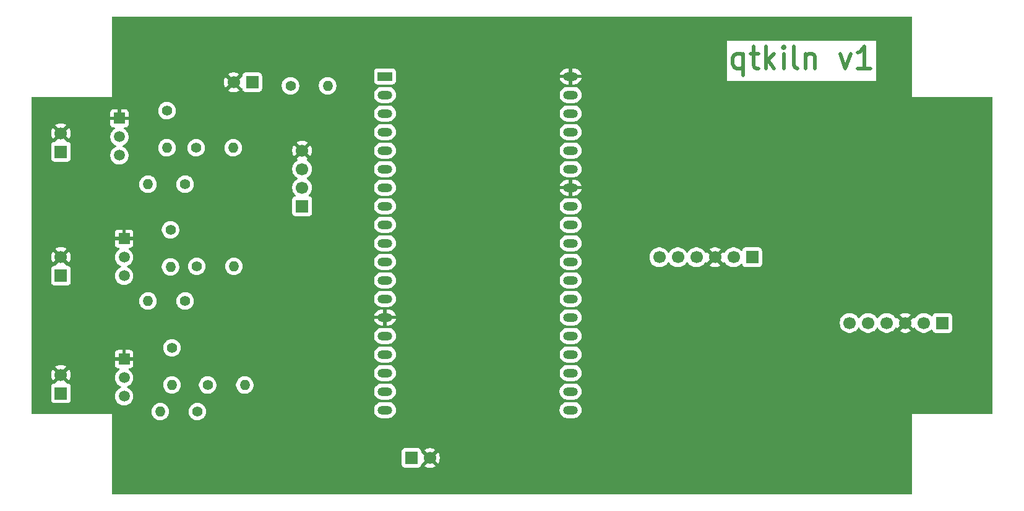
<source format=gbr>
%TF.GenerationSoftware,KiCad,Pcbnew,9.0.1*%
%TF.CreationDate,2025-04-28T16:18:14-07:00*%
%TF.ProjectId,qtkiln,71746b69-6c6e-42e6-9b69-6361645f7063,rev?*%
%TF.SameCoordinates,PX39b2820PY71f6ce0*%
%TF.FileFunction,Copper,L1,Top*%
%TF.FilePolarity,Positive*%
%FSLAX46Y46*%
G04 Gerber Fmt 4.6, Leading zero omitted, Abs format (unit mm)*
G04 Created by KiCad (PCBNEW 9.0.1) date 2025-04-28 16:18:14*
%MOMM*%
%LPD*%
G01*
G04 APERTURE LIST*
%ADD10C,0.500000*%
%TA.AperFunction,NonConductor*%
%ADD11C,0.500000*%
%TD*%
%TA.AperFunction,ComponentPad*%
%ADD12R,1.500000X1.500000*%
%TD*%
%TA.AperFunction,ComponentPad*%
%ADD13C,1.500000*%
%TD*%
%TA.AperFunction,ComponentPad*%
%ADD14C,1.400000*%
%TD*%
%TA.AperFunction,ComponentPad*%
%ADD15O,1.400000X1.400000*%
%TD*%
%TA.AperFunction,ComponentPad*%
%ADD16R,1.700000X1.700000*%
%TD*%
%TA.AperFunction,ComponentPad*%
%ADD17C,1.700000*%
%TD*%
%TA.AperFunction,ComponentPad*%
%ADD18R,2.000000X1.200000*%
%TD*%
%TA.AperFunction,ComponentPad*%
%ADD19O,2.000000X1.200000*%
%TD*%
G04 APERTURE END LIST*
D10*
D11*
X97828947Y60893143D02*
X97828947Y57893143D01*
X97828947Y59036000D02*
X97543232Y58893143D01*
X97543232Y58893143D02*
X96971804Y58893143D01*
X96971804Y58893143D02*
X96686089Y59036000D01*
X96686089Y59036000D02*
X96543232Y59178858D01*
X96543232Y59178858D02*
X96400375Y59464572D01*
X96400375Y59464572D02*
X96400375Y60321715D01*
X96400375Y60321715D02*
X96543232Y60607429D01*
X96543232Y60607429D02*
X96686089Y60750286D01*
X96686089Y60750286D02*
X96971804Y60893143D01*
X96971804Y60893143D02*
X97543232Y60893143D01*
X97543232Y60893143D02*
X97828947Y60750286D01*
X98828947Y60893143D02*
X99971804Y60893143D01*
X99257518Y61893143D02*
X99257518Y59321715D01*
X99257518Y59321715D02*
X99400375Y59036000D01*
X99400375Y59036000D02*
X99686090Y58893143D01*
X99686090Y58893143D02*
X99971804Y58893143D01*
X100971804Y58893143D02*
X100971804Y61893143D01*
X101257519Y60036000D02*
X102114661Y58893143D01*
X102114661Y60893143D02*
X100971804Y59750286D01*
X103400375Y58893143D02*
X103400375Y60893143D01*
X103400375Y61893143D02*
X103257518Y61750286D01*
X103257518Y61750286D02*
X103400375Y61607429D01*
X103400375Y61607429D02*
X103543232Y61750286D01*
X103543232Y61750286D02*
X103400375Y61893143D01*
X103400375Y61893143D02*
X103400375Y61607429D01*
X105257518Y58893143D02*
X104971803Y59036000D01*
X104971803Y59036000D02*
X104828946Y59321715D01*
X104828946Y59321715D02*
X104828946Y61893143D01*
X106400375Y60893143D02*
X106400375Y58893143D01*
X106400375Y60607429D02*
X106543232Y60750286D01*
X106543232Y60750286D02*
X106828947Y60893143D01*
X106828947Y60893143D02*
X107257518Y60893143D01*
X107257518Y60893143D02*
X107543232Y60750286D01*
X107543232Y60750286D02*
X107686090Y60464572D01*
X107686090Y60464572D02*
X107686090Y58893143D01*
X111114661Y60893143D02*
X111828947Y58893143D01*
X111828947Y58893143D02*
X112543232Y60893143D01*
X115257518Y58893143D02*
X113543232Y58893143D01*
X114400375Y58893143D02*
X114400375Y61893143D01*
X114400375Y61893143D02*
X114114661Y61464572D01*
X114114661Y61464572D02*
X113828946Y61178858D01*
X113828946Y61178858D02*
X113543232Y61036000D01*
D12*
%TO.P,Q3,1,E*%
%TO.N,GNDREF*%
X13140000Y35540000D03*
D13*
%TO.P,Q3,2,B*%
%TO.N,Net-(Q3-B)*%
X13140000Y33000000D03*
%TO.P,Q3,3,C*%
%TO.N,Net-(J6-Pin_1)*%
X13140000Y30460000D03*
%TD*%
D12*
%TO.P,Q2,1,E*%
%TO.N,GNDREF*%
X13140000Y19040000D03*
D13*
%TO.P,Q2,2,B*%
%TO.N,Net-(Q2-B)*%
X13140000Y16500000D03*
%TO.P,Q2,3,C*%
%TO.N,Net-(J5-Pin_1)*%
X13140000Y13960000D03*
%TD*%
D12*
%TO.P,Q1,1,E*%
%TO.N,GNDREF*%
X12500000Y52040000D03*
D13*
%TO.P,Q1,2,B*%
%TO.N,Net-(Q1-B)*%
X12500000Y49500000D03*
%TO.P,Q1,3,C*%
%TO.N,Net-(J4-Pin_1)*%
X12500000Y46960000D03*
%TD*%
D14*
%TO.P,R6,1*%
%TO.N,+5V*%
X23168760Y11858836D03*
D15*
%TO.P,R6,2*%
%TO.N,Net-(J5-Pin_1)*%
X18088760Y11858836D03*
%TD*%
D16*
%TO.P,J1,1,Pin_1*%
%TO.N,+5V*%
X52460000Y5500000D03*
D17*
%TO.P,J1,2,Pin_2*%
%TO.N,GNDREF*%
X55000000Y5500000D03*
%TD*%
D16*
%TO.P,J8,1,Pin_1*%
%TO.N,+5V*%
X99080000Y33000000D03*
D17*
%TO.P,J8,2,Pin_2*%
%TO.N,unconnected-(J8-Pin_2-Pad2)*%
X96540000Y33000000D03*
%TO.P,J8,3,Pin_3*%
%TO.N,GNDREF*%
X94000000Y33000000D03*
%TO.P,J8,4,Pin_4*%
%TO.N,MAX31855_DO*%
X91460000Y33000000D03*
%TO.P,J8,5,Pin_5*%
%TO.N,MAX31855_CS_KILN*%
X88920000Y33000000D03*
%TO.P,J8,6,Pin_6*%
%TO.N,MAX31855_CLK*%
X86380000Y33000000D03*
%TD*%
D14*
%TO.P,R9,1*%
%TO.N,+5V*%
X21500000Y27000000D03*
D15*
%TO.P,R9,2*%
%TO.N,Net-(J6-Pin_1)*%
X16420000Y27000000D03*
%TD*%
D16*
%TO.P,J4,1,Pin_1*%
%TO.N,Net-(J4-Pin_1)*%
X4500000Y47460000D03*
D17*
%TO.P,J4,2,Pin_2*%
%TO.N,GNDREF*%
X4500000Y50000000D03*
%TD*%
D14*
%TO.P,R3,1*%
%TO.N,+3.3V*%
X19000000Y53080000D03*
D15*
%TO.P,R3,2*%
%TO.N,Net-(Q1-B)*%
X19000000Y48000000D03*
%TD*%
D14*
%TO.P,R4,1*%
%TO.N,+3.3V*%
X19692193Y20597762D03*
D15*
%TO.P,R4,2*%
%TO.N,Net-(Q2-B)*%
X19692193Y15517762D03*
%TD*%
D16*
%TO.P,J7,1,Pin_1*%
%TO.N,LCD_CLK*%
X37500000Y40000000D03*
D17*
%TO.P,J7,2,Pin_2*%
%TO.N,LCD_DO*%
X37500000Y42540000D03*
%TO.P,J7,3,Pin_3*%
%TO.N,+5V*%
X37500000Y45080000D03*
%TO.P,J7,4,Pin_4*%
%TO.N,GNDREF*%
X37500000Y47620000D03*
%TD*%
D16*
%TO.P,J5,1,Pin_1*%
%TO.N,Net-(J5-Pin_1)*%
X4500000Y14358836D03*
D17*
%TO.P,J5,2,Pin_2*%
%TO.N,GNDREF*%
X4500000Y16898836D03*
%TD*%
D16*
%TO.P,J3,1,Pin_1*%
%TO.N,Net-(J3-Pin_1)*%
X30670000Y56975000D03*
D17*
%TO.P,J3,2,Pin_2*%
%TO.N,GNDREF*%
X28130000Y56975000D03*
%TD*%
D14*
%TO.P,R10,1*%
%TO.N,Net-(J3-Pin_1)*%
X35920000Y56500000D03*
D15*
%TO.P,R10,2*%
%TO.N,RESET*%
X41000000Y56500000D03*
%TD*%
D14*
%TO.P,R8,1*%
%TO.N,Net-(Q3-B)*%
X23081061Y31761547D03*
D15*
%TO.P,R8,2*%
%TO.N,ALARM*%
X28161061Y31761547D03*
%TD*%
D14*
%TO.P,R2,1*%
%TO.N,+5V*%
X21500000Y43000000D03*
D15*
%TO.P,R2,2*%
%TO.N,Net-(J4-Pin_1)*%
X16420000Y43000000D03*
%TD*%
D14*
%TO.P,R1,1*%
%TO.N,Net-(Q1-B)*%
X23000000Y48000000D03*
D15*
%TO.P,R1,2*%
%TO.N,SSR40-DA1*%
X28080000Y48000000D03*
%TD*%
D16*
%TO.P,J6,1,Pin_1*%
%TO.N,Net-(J6-Pin_1)*%
X4500000Y30500000D03*
D17*
%TO.P,J6,2,Pin_2*%
%TO.N,GNDREF*%
X4500000Y33040000D03*
%TD*%
D14*
%TO.P,R7,1*%
%TO.N,+3.3V*%
X19500000Y36761547D03*
D15*
%TO.P,R7,2*%
%TO.N,Net-(Q3-B)*%
X19500000Y31681547D03*
%TD*%
D16*
%TO.P,J9,1,Pin_1*%
%TO.N,+5V*%
X125120000Y24000000D03*
D17*
%TO.P,J9,2,Pin_2*%
%TO.N,unconnected-(J9-Pin_2-Pad2)*%
X122580000Y24000000D03*
%TO.P,J9,3,Pin_3*%
%TO.N,GNDREF*%
X120040000Y24000000D03*
%TO.P,J9,4,Pin_4*%
%TO.N,MAX31855_DO*%
X117500000Y24000000D03*
%TO.P,J9,5,Pin_5*%
%TO.N,MAX31855_CS_HSING*%
X114960000Y24000000D03*
%TO.P,J9,6,Pin_6*%
%TO.N,MAX31855_CLK*%
X112420000Y24000000D03*
%TD*%
D14*
%TO.P,R5,1*%
%TO.N,Net-(Q2-B)*%
X24582298Y15500000D03*
D15*
%TO.P,R5,2*%
%TO.N,SSR40-DA2*%
X29662298Y15500000D03*
%TD*%
D18*
%TO.P,J2,1,Pin_1*%
%TO.N,+3.3V*%
X48845000Y57791880D03*
D19*
%TO.P,J2,2,Pin_2*%
%TO.N,RESET*%
X48845000Y55251880D03*
%TO.P,J2,3,Pin_3*%
%TO.N,unconnected-(J2-Pin_3-Pad3)*%
X48845000Y52711880D03*
%TO.P,J2,4,Pin_4*%
%TO.N,unconnected-(J2-Pin_4-Pad4)*%
X48845000Y50171880D03*
%TO.P,J2,5,Pin_5*%
%TO.N,unconnected-(J2-Pin_5-Pad5)*%
X48845000Y47631880D03*
%TO.P,J2,6,Pin_6*%
%TO.N,unconnected-(J2-Pin_6-Pad6)*%
X48845000Y45091880D03*
%TO.P,J2,7,Pin_7*%
%TO.N,LCD_DO*%
X48845000Y42551880D03*
%TO.P,J2,8,Pin_8*%
%TO.N,LCD_CLK*%
X48845000Y40011880D03*
%TO.P,J2,9,Pin_9*%
%TO.N,SSR40-DA1*%
X48845000Y37471880D03*
%TO.P,J2,10,Pin_10*%
%TO.N,ALARM*%
X48845000Y34931880D03*
%TO.P,J2,11,Pin_11*%
%TO.N,SSR40-DA2*%
X48845000Y32391880D03*
%TO.P,J2,12,Pin_12*%
%TO.N,unconnected-(J2-Pin_12-Pad12)*%
X48845000Y29851880D03*
%TO.P,J2,13,Pin_13*%
%TO.N,unconnected-(J2-Pin_13-Pad13)*%
X48845000Y27311880D03*
%TO.P,J2,14,Pin_14*%
%TO.N,GNDREF*%
X48845000Y24771880D03*
%TO.P,J2,15,Pin_15*%
%TO.N,unconnected-(J2-Pin_15-Pad15)*%
X48845000Y22231880D03*
%TO.P,J2,16,Pin_16*%
%TO.N,unconnected-(J2-Pin_16-Pad16)*%
X48845000Y19691880D03*
%TO.P,J2,17,Pin_17*%
%TO.N,unconnected-(J2-Pin_17-Pad17)*%
X48845000Y17151880D03*
%TO.P,J2,18,Pin_18*%
%TO.N,unconnected-(J2-Pin_18-Pad18)*%
X48845000Y14611880D03*
%TO.P,J2,19,Pin_19*%
%TO.N,+5V*%
X48845000Y12071880D03*
%TO.P,J2,20,Pin_20*%
%TO.N,unconnected-(J2-Pin_20-Pad20)*%
X74241320Y12074600D03*
%TO.P,J2,21,Pin_21*%
%TO.N,unconnected-(J2-Pin_21-Pad21)*%
X74241320Y14614600D03*
%TO.P,J2,22,Pin_22*%
%TO.N,unconnected-(J2-Pin_22-Pad22)*%
X74245000Y17151880D03*
%TO.P,J2,23,Pin_23*%
%TO.N,/GPIO15 - ADC13*%
X74245000Y19691880D03*
%TO.P,J2,24,Pin_24*%
%TO.N,/GPIO2 - ADC12*%
X74245000Y22231880D03*
%TO.P,J2,25,Pin_25*%
%TO.N,/GPIO0 - ADC11*%
X74245000Y24771880D03*
%TO.P,J2,26,Pin_26*%
%TO.N,/GPIO4 - ADC10*%
X74245000Y27311880D03*
%TO.P,J2,27,Pin_27*%
%TO.N,MAX31855_CS_HSING*%
X74245000Y29851880D03*
%TO.P,J2,28,Pin_28*%
%TO.N,MAX31855_CS_KILN*%
X74245000Y32391880D03*
%TO.P,J2,29,Pin_29*%
%TO.N,/GPIO5 - VSPI SS*%
X74245000Y34931880D03*
%TO.P,J2,30,Pin_30*%
%TO.N,MAX31855_CLK*%
X74245000Y37471880D03*
%TO.P,J2,31,Pin_31*%
%TO.N,MAX31855_DO*%
X74245000Y40011880D03*
%TO.P,J2,32,Pin_32*%
%TO.N,GNDREF*%
X74245000Y42551880D03*
%TO.P,J2,33,Pin_33*%
%TO.N,unconnected-(J2-Pin_33-Pad33)*%
X74245000Y45091880D03*
%TO.P,J2,34,Pin_34*%
%TO.N,unconnected-(J2-Pin_34-Pad34)*%
X74245000Y47631880D03*
%TO.P,J2,35,Pin_35*%
%TO.N,unconnected-(J2-Pin_35-Pad35)*%
X74245000Y50171880D03*
%TO.P,J2,36,Pin_36*%
%TO.N,unconnected-(J2-Pin_36-Pad36)*%
X74245000Y52711880D03*
%TO.P,J2,37,Pin_37*%
%TO.N,/GPIO23 - VSPI MOSI*%
X74245000Y55251880D03*
%TO.P,J2,38,Pin_38*%
%TO.N,GNDREF*%
X74245000Y57791880D03*
%TD*%
%TA.AperFunction,Conductor*%
%TO.N,GNDREF*%
G36*
X120943039Y65979815D02*
G01*
X120988794Y65927011D01*
X121000000Y65875500D01*
X121000000Y55000000D01*
X131875500Y55000000D01*
X131942539Y54980315D01*
X131988294Y54927511D01*
X131999500Y54876000D01*
X131999500Y11624000D01*
X131979815Y11556961D01*
X131927011Y11511206D01*
X131875500Y11500000D01*
X121000000Y11500000D01*
X121000000Y624500D01*
X120980315Y557461D01*
X120927511Y511706D01*
X120876000Y500500D01*
X11624000Y500500D01*
X11556961Y520185D01*
X11511206Y572989D01*
X11500000Y624500D01*
X11500000Y6397865D01*
X51109500Y6397865D01*
X51109500Y4602130D01*
X51109501Y4602124D01*
X51115908Y4542517D01*
X51166202Y4407672D01*
X51166206Y4407665D01*
X51252452Y4292456D01*
X51252455Y4292453D01*
X51367664Y4206207D01*
X51367671Y4206203D01*
X51502517Y4155909D01*
X51502516Y4155909D01*
X51509444Y4155165D01*
X51562127Y4149500D01*
X53357872Y4149501D01*
X53417483Y4155909D01*
X53552331Y4206204D01*
X53667546Y4292454D01*
X53753796Y4407669D01*
X53804091Y4542517D01*
X53810500Y4602127D01*
X53810499Y4626021D01*
X53813330Y4639037D01*
X53823940Y4658475D01*
X53830179Y4679725D01*
X53846803Y4700357D01*
X53846808Y4700364D01*
X53846811Y4700366D01*
X53846818Y4700374D01*
X54517037Y5370592D01*
X54534075Y5307007D01*
X54599901Y5192993D01*
X54692993Y5099901D01*
X54807007Y5034075D01*
X54870590Y5017038D01*
X54238282Y4384731D01*
X54238282Y4384730D01*
X54292449Y4345376D01*
X54481782Y4248905D01*
X54683870Y4183243D01*
X54893754Y4150000D01*
X55106246Y4150000D01*
X55316127Y4183243D01*
X55316130Y4183243D01*
X55518217Y4248905D01*
X55707554Y4345378D01*
X55761716Y4384730D01*
X55761717Y4384730D01*
X55129408Y5017038D01*
X55192993Y5034075D01*
X55307007Y5099901D01*
X55400099Y5192993D01*
X55465925Y5307007D01*
X55482962Y5370591D01*
X56115270Y4738283D01*
X56115270Y4738284D01*
X56154622Y4792446D01*
X56251095Y4981783D01*
X56316757Y5183870D01*
X56316757Y5183873D01*
X56350000Y5393754D01*
X56350000Y5606247D01*
X56316757Y5816128D01*
X56316757Y5816131D01*
X56251095Y6018218D01*
X56154624Y6207551D01*
X56115270Y6261718D01*
X56115269Y6261718D01*
X55482962Y5629410D01*
X55465925Y5692993D01*
X55400099Y5807007D01*
X55307007Y5900099D01*
X55192993Y5965925D01*
X55129409Y5982963D01*
X55761716Y6615272D01*
X55707550Y6654625D01*
X55518217Y6751096D01*
X55316129Y6816758D01*
X55106246Y6850000D01*
X54893754Y6850000D01*
X54683872Y6816758D01*
X54683869Y6816758D01*
X54481782Y6751096D01*
X54292439Y6654620D01*
X54238282Y6615273D01*
X54238282Y6615272D01*
X54870591Y5982963D01*
X54807007Y5965925D01*
X54692993Y5900099D01*
X54599901Y5807007D01*
X54534075Y5692993D01*
X54517037Y5629409D01*
X53846818Y6299628D01*
X53813333Y6360951D01*
X53813330Y6360964D01*
X53810499Y6373985D01*
X53810499Y6397872D01*
X53804091Y6457483D01*
X53775926Y6532998D01*
X53753798Y6592327D01*
X53753793Y6592336D01*
X53667547Y6707545D01*
X53667544Y6707548D01*
X53552335Y6793794D01*
X53552328Y6793798D01*
X53417482Y6844092D01*
X53417483Y6844092D01*
X53357883Y6850499D01*
X53357881Y6850500D01*
X53357873Y6850500D01*
X53357864Y6850500D01*
X51562129Y6850500D01*
X51562123Y6850499D01*
X51502516Y6844092D01*
X51367671Y6793798D01*
X51367664Y6793794D01*
X51252455Y6707548D01*
X51252452Y6707545D01*
X51166206Y6592336D01*
X51166202Y6592329D01*
X51115908Y6457483D01*
X51109501Y6397884D01*
X51109500Y6397865D01*
X11500000Y6397865D01*
X11500000Y11500000D01*
X624500Y11500000D01*
X557461Y11519685D01*
X511706Y11572489D01*
X500500Y11624000D01*
X500500Y11953323D01*
X16888260Y11953323D01*
X16888260Y11764350D01*
X16917819Y11577718D01*
X16976214Y11398000D01*
X17059171Y11235189D01*
X17062000Y11229637D01*
X17173070Y11076763D01*
X17306687Y10943146D01*
X17459561Y10832076D01*
X17539107Y10791546D01*
X17627923Y10746291D01*
X17627925Y10746291D01*
X17627928Y10746289D01*
X17724257Y10714990D01*
X17807641Y10687896D01*
X17994274Y10658336D01*
X17994279Y10658336D01*
X18183246Y10658336D01*
X18369878Y10687896D01*
X18549592Y10746289D01*
X18717959Y10832076D01*
X18870833Y10943146D01*
X19004450Y11076763D01*
X19115520Y11229637D01*
X19201307Y11398004D01*
X19259700Y11577718D01*
X19267030Y11624000D01*
X19289260Y11764350D01*
X19289260Y11953323D01*
X21968260Y11953323D01*
X21968260Y11764350D01*
X21997819Y11577718D01*
X22056214Y11398000D01*
X22139171Y11235189D01*
X22142000Y11229637D01*
X22253070Y11076763D01*
X22386687Y10943146D01*
X22539561Y10832076D01*
X22619107Y10791546D01*
X22707923Y10746291D01*
X22707925Y10746291D01*
X22707928Y10746289D01*
X22804257Y10714990D01*
X22887641Y10687896D01*
X23074274Y10658336D01*
X23074279Y10658336D01*
X23263246Y10658336D01*
X23449878Y10687896D01*
X23629592Y10746289D01*
X23797959Y10832076D01*
X23950833Y10943146D01*
X24084450Y11076763D01*
X24195520Y11229637D01*
X24281307Y11398004D01*
X24339700Y11577718D01*
X24347030Y11624000D01*
X24369260Y11764350D01*
X24369260Y11953323D01*
X24339700Y12139954D01*
X24339700Y12139955D01*
X24333677Y12158491D01*
X47344500Y12158491D01*
X47344500Y11985270D01*
X47371166Y11816903D01*
X47371598Y11814179D01*
X47425127Y11649435D01*
X47503768Y11495092D01*
X47605586Y11354952D01*
X47728072Y11232466D01*
X47868212Y11130648D01*
X48022555Y11052007D01*
X48187299Y10998478D01*
X48358389Y10971380D01*
X48358390Y10971380D01*
X49331610Y10971380D01*
X49331611Y10971380D01*
X49502701Y10998478D01*
X49667445Y11052007D01*
X49821788Y11130648D01*
X49961928Y11232466D01*
X50084414Y11354952D01*
X50186232Y11495092D01*
X50264873Y11649435D01*
X50318402Y11814179D01*
X50345500Y11985269D01*
X50345500Y12158491D01*
X50345069Y12161211D01*
X72740820Y12161211D01*
X72740820Y11987989D01*
X72767918Y11816899D01*
X72784992Y11764350D01*
X72821448Y11652153D01*
X72869950Y11556961D01*
X72900088Y11497812D01*
X73001906Y11357672D01*
X73124392Y11235186D01*
X73264532Y11133368D01*
X73418875Y11054727D01*
X73583619Y11001198D01*
X73754709Y10974100D01*
X73754710Y10974100D01*
X74727930Y10974100D01*
X74727931Y10974100D01*
X74899021Y11001198D01*
X75063765Y11054727D01*
X75218108Y11133368D01*
X75358248Y11235186D01*
X75480734Y11357672D01*
X75582552Y11497812D01*
X75661193Y11652155D01*
X75714722Y11816899D01*
X75741820Y11987989D01*
X75741820Y12161211D01*
X75714722Y12332301D01*
X75661193Y12497045D01*
X75582552Y12651388D01*
X75480734Y12791528D01*
X75358248Y12914014D01*
X75218108Y13015832D01*
X75063765Y13094473D01*
X74899021Y13148002D01*
X74899019Y13148003D01*
X74899018Y13148003D01*
X74745104Y13172380D01*
X74727931Y13175100D01*
X73754709Y13175100D01*
X73737536Y13172380D01*
X73583622Y13148003D01*
X73418872Y13094472D01*
X73264531Y13015832D01*
X73203353Y12971383D01*
X73124392Y12914014D01*
X73124390Y12914012D01*
X73124389Y12914012D01*
X73001908Y12791531D01*
X73001908Y12791530D01*
X73001906Y12791528D01*
X72989552Y12774524D01*
X72900088Y12651389D01*
X72821448Y12497048D01*
X72767917Y12332298D01*
X72765917Y12319668D01*
X72740820Y12161211D01*
X50345069Y12161211D01*
X50318402Y12329581D01*
X50264873Y12494325D01*
X50186232Y12648668D01*
X50084414Y12788808D01*
X49961928Y12911294D01*
X49821788Y13013112D01*
X49667445Y13091753D01*
X49502701Y13145282D01*
X49502699Y13145283D01*
X49502698Y13145283D01*
X49371271Y13166099D01*
X49331611Y13172380D01*
X48358389Y13172380D01*
X48318728Y13166099D01*
X48187302Y13145283D01*
X48022552Y13091752D01*
X47868211Y13013112D01*
X47788256Y12955021D01*
X47728072Y12911294D01*
X47728070Y12911292D01*
X47728069Y12911292D01*
X47605588Y12788811D01*
X47605588Y12788810D01*
X47605586Y12788808D01*
X47595208Y12774524D01*
X47503768Y12648669D01*
X47425128Y12494328D01*
X47371597Y12329578D01*
X47344500Y12158491D01*
X24333677Y12158491D01*
X24281305Y12319673D01*
X24195519Y12488036D01*
X24190948Y12494328D01*
X24084450Y12640909D01*
X23950833Y12774526D01*
X23797959Y12885596D01*
X23629596Y12971382D01*
X23449878Y13029777D01*
X23263246Y13059336D01*
X23263241Y13059336D01*
X23074279Y13059336D01*
X23074274Y13059336D01*
X22887641Y13029777D01*
X22707923Y12971382D01*
X22539560Y12885596D01*
X22452339Y12822226D01*
X22386687Y12774526D01*
X22386685Y12774524D01*
X22386684Y12774524D01*
X22253072Y12640912D01*
X22253072Y12640911D01*
X22253070Y12640909D01*
X22205370Y12575257D01*
X22142000Y12488036D01*
X22056214Y12319673D01*
X21997819Y12139955D01*
X21968260Y11953323D01*
X19289260Y11953323D01*
X19259700Y12139955D01*
X19201305Y12319673D01*
X19115519Y12488036D01*
X19110948Y12494328D01*
X19004450Y12640909D01*
X18870833Y12774526D01*
X18717959Y12885596D01*
X18549596Y12971382D01*
X18369878Y13029777D01*
X18183246Y13059336D01*
X18183241Y13059336D01*
X17994279Y13059336D01*
X17994274Y13059336D01*
X17807641Y13029777D01*
X17627923Y12971382D01*
X17459560Y12885596D01*
X17372339Y12822226D01*
X17306687Y12774526D01*
X17306685Y12774524D01*
X17306684Y12774524D01*
X17173072Y12640912D01*
X17173072Y12640911D01*
X17173070Y12640909D01*
X17125370Y12575257D01*
X17062000Y12488036D01*
X16976214Y12319673D01*
X16917819Y12139955D01*
X16888260Y11953323D01*
X500500Y11953323D01*
X500500Y15256701D01*
X3149500Y15256701D01*
X3149500Y13460966D01*
X3149501Y13460960D01*
X3155908Y13401353D01*
X3206202Y13266508D01*
X3206206Y13266501D01*
X3292452Y13151292D01*
X3292455Y13151289D01*
X3407664Y13065043D01*
X3407671Y13065039D01*
X3542517Y13014745D01*
X3542516Y13014745D01*
X3549444Y13014001D01*
X3602127Y13008336D01*
X5397872Y13008337D01*
X5457483Y13014745D01*
X5592331Y13065040D01*
X5707546Y13151290D01*
X5793796Y13266505D01*
X5844091Y13401353D01*
X5850500Y13460963D01*
X5850499Y15256708D01*
X5844091Y15316319D01*
X5839432Y15328810D01*
X5793797Y15451165D01*
X5793793Y15451172D01*
X5707547Y15566381D01*
X5707544Y15566384D01*
X5592335Y15652630D01*
X5592328Y15652634D01*
X5457482Y15702928D01*
X5457483Y15702928D01*
X5397883Y15709335D01*
X5397881Y15709336D01*
X5397873Y15709336D01*
X5397865Y15709336D01*
X5387309Y15709336D01*
X5320270Y15729021D01*
X5299628Y15745655D01*
X4629408Y16415874D01*
X4692993Y16432911D01*
X4807007Y16498737D01*
X4900099Y16591829D01*
X4965925Y16705843D01*
X4982962Y16769428D01*
X5615270Y16137119D01*
X5615270Y16137120D01*
X5654622Y16191282D01*
X5751095Y16380619D01*
X5816757Y16582706D01*
X5816757Y16582709D01*
X5819246Y16598423D01*
X11889500Y16598423D01*
X11889500Y16401578D01*
X11920290Y16207174D01*
X11981117Y16019971D01*
X12070476Y15844595D01*
X12186172Y15685354D01*
X12325354Y15546172D01*
X12484595Y15430476D01*
X12607992Y15367603D01*
X12661213Y15340485D01*
X12712009Y15292511D01*
X12728804Y15224690D01*
X12706267Y15158555D01*
X12661213Y15119515D01*
X12484594Y15029524D01*
X12393741Y14963515D01*
X12325354Y14913828D01*
X12325352Y14913826D01*
X12325351Y14913826D01*
X12186174Y14774649D01*
X12186174Y14774648D01*
X12186172Y14774646D01*
X12144963Y14717927D01*
X12070476Y14615406D01*
X11981117Y14440030D01*
X11920290Y14252827D01*
X11889500Y14058423D01*
X11889500Y13861578D01*
X11920290Y13667174D01*
X11981117Y13479971D01*
X12070476Y13304595D01*
X12186172Y13145354D01*
X12325354Y13006172D01*
X12484595Y12890476D01*
X12494173Y12885596D01*
X12659970Y12801118D01*
X12659972Y12801118D01*
X12659975Y12801116D01*
X12741810Y12774526D01*
X12847173Y12740291D01*
X13041578Y12709500D01*
X13041583Y12709500D01*
X13238422Y12709500D01*
X13432826Y12740291D01*
X13620025Y12801116D01*
X13795405Y12890476D01*
X13954646Y13006172D01*
X14093828Y13145354D01*
X14209524Y13304595D01*
X14298884Y13479975D01*
X14359709Y13667174D01*
X14360690Y13673369D01*
X14390500Y13861578D01*
X14390500Y14058423D01*
X14359709Y14252827D01*
X14315965Y14387455D01*
X14298884Y14440025D01*
X14298882Y14440028D01*
X14298882Y14440030D01*
X14251743Y14532545D01*
X14209524Y14615405D01*
X14093828Y14774646D01*
X13954646Y14913828D01*
X13875025Y14971676D01*
X13795403Y15029526D01*
X13618787Y15119515D01*
X13567990Y15167489D01*
X13551195Y15235310D01*
X13573732Y15301445D01*
X13618787Y15340485D01*
X13795403Y15430475D01*
X13795402Y15430475D01*
X13795405Y15430476D01*
X13954646Y15546172D01*
X14020723Y15612249D01*
X18491693Y15612249D01*
X18491693Y15423276D01*
X18521252Y15236644D01*
X18579647Y15056926D01*
X18652560Y14913828D01*
X18665433Y14888563D01*
X18776503Y14735689D01*
X18910120Y14602072D01*
X19062994Y14491002D01*
X19142540Y14450472D01*
X19231356Y14405217D01*
X19231358Y14405217D01*
X19231361Y14405215D01*
X19327690Y14373916D01*
X19411074Y14346822D01*
X19597707Y14317262D01*
X19597712Y14317262D01*
X19786679Y14317262D01*
X19973311Y14346822D01*
X19995953Y14354179D01*
X20153025Y14405215D01*
X20321392Y14491002D01*
X20474266Y14602072D01*
X20607883Y14735689D01*
X20718953Y14888563D01*
X20804740Y15056930D01*
X20863133Y15236644D01*
X20870046Y15280291D01*
X20892693Y15423276D01*
X20892693Y15594487D01*
X23381798Y15594487D01*
X23381798Y15405514D01*
X23411357Y15218882D01*
X23469752Y15039164D01*
X23546488Y14888563D01*
X23555538Y14870801D01*
X23666608Y14717927D01*
X23800225Y14584310D01*
X23953099Y14473240D01*
X24018278Y14440030D01*
X24121461Y14387455D01*
X24121463Y14387455D01*
X24121466Y14387453D01*
X24215489Y14356903D01*
X24301179Y14329060D01*
X24487812Y14299500D01*
X24487817Y14299500D01*
X24676784Y14299500D01*
X24863416Y14329060D01*
X24918081Y14346822D01*
X25043130Y14387453D01*
X25211497Y14473240D01*
X25364371Y14584310D01*
X25497988Y14717927D01*
X25609058Y14870801D01*
X25694845Y15039168D01*
X25753238Y15218882D01*
X25766315Y15301445D01*
X25782798Y15405514D01*
X25782798Y15594487D01*
X28461798Y15594487D01*
X28461798Y15405514D01*
X28491357Y15218882D01*
X28549752Y15039164D01*
X28626488Y14888563D01*
X28635538Y14870801D01*
X28746608Y14717927D01*
X28880225Y14584310D01*
X29033099Y14473240D01*
X29098278Y14440030D01*
X29201461Y14387455D01*
X29201463Y14387455D01*
X29201466Y14387453D01*
X29295489Y14356903D01*
X29381179Y14329060D01*
X29567812Y14299500D01*
X29567817Y14299500D01*
X29756784Y14299500D01*
X29943416Y14329060D01*
X29998081Y14346822D01*
X30123130Y14387453D01*
X30291497Y14473240D01*
X30444371Y14584310D01*
X30558552Y14698491D01*
X47344500Y14698491D01*
X47344500Y14525270D01*
X47371166Y14356903D01*
X47371598Y14354179D01*
X47425127Y14189435D01*
X47503768Y14035092D01*
X47605586Y13894952D01*
X47728072Y13772466D01*
X47868212Y13670648D01*
X48022555Y13592007D01*
X48187299Y13538478D01*
X48358389Y13511380D01*
X48358390Y13511380D01*
X49331610Y13511380D01*
X49331611Y13511380D01*
X49502701Y13538478D01*
X49667445Y13592007D01*
X49821788Y13670648D01*
X49961928Y13772466D01*
X50084414Y13894952D01*
X50186232Y14035092D01*
X50264873Y14189435D01*
X50318402Y14354179D01*
X50345500Y14525269D01*
X50345500Y14698491D01*
X50345069Y14701211D01*
X72740820Y14701211D01*
X72740820Y14527990D01*
X72763078Y14387453D01*
X72767918Y14356899D01*
X72821447Y14192155D01*
X72900088Y14037812D01*
X73001906Y13897672D01*
X73124392Y13775186D01*
X73264532Y13673368D01*
X73418875Y13594727D01*
X73583619Y13541198D01*
X73754709Y13514100D01*
X73754710Y13514100D01*
X74727930Y13514100D01*
X74727931Y13514100D01*
X74899021Y13541198D01*
X75063765Y13594727D01*
X75218108Y13673368D01*
X75358248Y13775186D01*
X75480734Y13897672D01*
X75582552Y14037812D01*
X75661193Y14192155D01*
X75714722Y14356899D01*
X75741820Y14527989D01*
X75741820Y14701211D01*
X75714722Y14872301D01*
X75661193Y15037045D01*
X75582552Y15191388D01*
X75480734Y15331528D01*
X75358248Y15454014D01*
X75218108Y15555832D01*
X75063765Y15634473D01*
X74899021Y15688002D01*
X74899019Y15688003D01*
X74899018Y15688003D01*
X74745104Y15712380D01*
X74727931Y15715100D01*
X73754709Y15715100D01*
X73737536Y15712380D01*
X73583622Y15688003D01*
X73418872Y15634472D01*
X73264531Y15555832D01*
X73184576Y15497741D01*
X73124392Y15454014D01*
X73124390Y15454012D01*
X73124389Y15454012D01*
X73001908Y15331531D01*
X73001908Y15331530D01*
X73001906Y15331528D01*
X72964680Y15280291D01*
X72900088Y15191389D01*
X72821448Y15037048D01*
X72767917Y14872298D01*
X72740820Y14701211D01*
X50345069Y14701211D01*
X50318402Y14869581D01*
X50264873Y15034325D01*
X50186232Y15188668D01*
X50084414Y15328808D01*
X49961928Y15451294D01*
X49821788Y15553112D01*
X49667445Y15631753D01*
X49502701Y15685282D01*
X49502699Y15685283D01*
X49502698Y15685283D01*
X49350830Y15709336D01*
X49331611Y15712380D01*
X48358389Y15712380D01*
X48339170Y15709336D01*
X48187302Y15685283D01*
X48022552Y15631752D01*
X47868211Y15553112D01*
X47788256Y15495021D01*
X47728072Y15451294D01*
X47728070Y15451292D01*
X47728069Y15451292D01*
X47605588Y15328811D01*
X47605588Y15328810D01*
X47605586Y15328808D01*
X47585706Y15301445D01*
X47503768Y15188669D01*
X47425128Y15034328D01*
X47371597Y14869578D01*
X47344500Y14698491D01*
X30558552Y14698491D01*
X30577988Y14717927D01*
X30689058Y14870801D01*
X30774845Y15039168D01*
X30833238Y15218882D01*
X30846315Y15301445D01*
X30862798Y15405514D01*
X30862798Y15594487D01*
X30833238Y15781119D01*
X30774843Y15960837D01*
X30728709Y16051380D01*
X30689058Y16129199D01*
X30577988Y16282073D01*
X30444371Y16415690D01*
X30291497Y16526760D01*
X30256637Y16544522D01*
X30123134Y16612546D01*
X29943416Y16670941D01*
X29756784Y16700500D01*
X29756779Y16700500D01*
X29567817Y16700500D01*
X29567812Y16700500D01*
X29381179Y16670941D01*
X29201461Y16612546D01*
X29033098Y16526760D01*
X28945877Y16463390D01*
X28880225Y16415690D01*
X28880223Y16415688D01*
X28880222Y16415688D01*
X28746610Y16282076D01*
X28746610Y16282075D01*
X28746608Y16282073D01*
X28698908Y16216421D01*
X28635538Y16129200D01*
X28549752Y15960837D01*
X28491357Y15781119D01*
X28461798Y15594487D01*
X25782798Y15594487D01*
X25753238Y15781119D01*
X25694843Y15960837D01*
X25648709Y16051380D01*
X25609058Y16129199D01*
X25497988Y16282073D01*
X25364371Y16415690D01*
X25211497Y16526760D01*
X25176637Y16544522D01*
X25043134Y16612546D01*
X24863416Y16670941D01*
X24676784Y16700500D01*
X24676779Y16700500D01*
X24487817Y16700500D01*
X24487812Y16700500D01*
X24301179Y16670941D01*
X24121461Y16612546D01*
X23953098Y16526760D01*
X23865877Y16463390D01*
X23800225Y16415690D01*
X23800223Y16415688D01*
X23800222Y16415688D01*
X23666610Y16282076D01*
X23666610Y16282075D01*
X23666608Y16282073D01*
X23618908Y16216421D01*
X23555538Y16129200D01*
X23469752Y15960837D01*
X23411357Y15781119D01*
X23381798Y15594487D01*
X20892693Y15594487D01*
X20892693Y15612249D01*
X20863133Y15798881D01*
X20810511Y15960832D01*
X20804740Y15978594D01*
X20804738Y15978597D01*
X20804738Y15978599D01*
X20728003Y16129199D01*
X20718953Y16146961D01*
X20607883Y16299835D01*
X20474266Y16433452D01*
X20321392Y16544522D01*
X20319900Y16545282D01*
X20153029Y16630308D01*
X19973311Y16688703D01*
X19786679Y16718262D01*
X19786674Y16718262D01*
X19597712Y16718262D01*
X19597707Y16718262D01*
X19411074Y16688703D01*
X19231356Y16630308D01*
X19062993Y16544522D01*
X18975772Y16481152D01*
X18910120Y16433452D01*
X18910118Y16433450D01*
X18910117Y16433450D01*
X18776505Y16299838D01*
X18776505Y16299837D01*
X18776503Y16299835D01*
X18763600Y16282075D01*
X18665433Y16146962D01*
X18579647Y15978599D01*
X18521252Y15798881D01*
X18491693Y15612249D01*
X14020723Y15612249D01*
X14093828Y15685354D01*
X14209524Y15844595D01*
X14298884Y16019975D01*
X14359709Y16207174D01*
X14374385Y16299835D01*
X14390500Y16401578D01*
X14390500Y16598423D01*
X14359709Y16792827D01*
X14325264Y16898837D01*
X14298884Y16980025D01*
X14298882Y16980028D01*
X14298882Y16980030D01*
X14209523Y17155407D01*
X14198574Y17170476D01*
X14198573Y17170477D01*
X14172878Y17205843D01*
X14149158Y17238491D01*
X47344500Y17238491D01*
X47344500Y17065270D01*
X47360434Y16964662D01*
X47371598Y16894179D01*
X47425127Y16729435D01*
X47503768Y16575092D01*
X47605586Y16434952D01*
X47728072Y16312466D01*
X47868212Y16210648D01*
X48022555Y16132007D01*
X48187299Y16078478D01*
X48358389Y16051380D01*
X48358390Y16051380D01*
X49331610Y16051380D01*
X49331611Y16051380D01*
X49502701Y16078478D01*
X49667445Y16132007D01*
X49821788Y16210648D01*
X49961928Y16312466D01*
X50084414Y16434952D01*
X50186232Y16575092D01*
X50264873Y16729435D01*
X50318402Y16894179D01*
X50345500Y17065269D01*
X50345500Y17238491D01*
X72744500Y17238491D01*
X72744500Y17065270D01*
X72760434Y16964662D01*
X72771598Y16894179D01*
X72825127Y16729435D01*
X72903768Y16575092D01*
X73005586Y16434952D01*
X73128072Y16312466D01*
X73268212Y16210648D01*
X73422555Y16132007D01*
X73587299Y16078478D01*
X73758389Y16051380D01*
X73758390Y16051380D01*
X74731610Y16051380D01*
X74731611Y16051380D01*
X74902701Y16078478D01*
X75067445Y16132007D01*
X75221788Y16210648D01*
X75361928Y16312466D01*
X75484414Y16434952D01*
X75586232Y16575092D01*
X75664873Y16729435D01*
X75718402Y16894179D01*
X75745500Y17065269D01*
X75745500Y17238491D01*
X75718402Y17409581D01*
X75664873Y17574325D01*
X75586232Y17728668D01*
X75484414Y17868808D01*
X75361928Y17991294D01*
X75221788Y18093112D01*
X75067447Y18171752D01*
X75067446Y18171753D01*
X75067445Y18171753D01*
X74902701Y18225282D01*
X74902699Y18225283D01*
X74902698Y18225283D01*
X74771271Y18246099D01*
X74731611Y18252380D01*
X73758389Y18252380D01*
X73718728Y18246099D01*
X73587302Y18225283D01*
X73422552Y18171752D01*
X73268211Y18093112D01*
X73213637Y18053461D01*
X73128072Y17991294D01*
X73128070Y17991292D01*
X73128069Y17991292D01*
X73005588Y17868811D01*
X73005588Y17868810D01*
X73005586Y17868808D01*
X72961859Y17808624D01*
X72903768Y17728669D01*
X72825128Y17574328D01*
X72771597Y17409578D01*
X72744500Y17238491D01*
X50345500Y17238491D01*
X50318402Y17409581D01*
X50264873Y17574325D01*
X50186232Y17728668D01*
X50084414Y17868808D01*
X49961928Y17991294D01*
X49821788Y18093112D01*
X49667447Y18171752D01*
X49667446Y18171753D01*
X49667445Y18171753D01*
X49502701Y18225282D01*
X49502699Y18225283D01*
X49502698Y18225283D01*
X49371271Y18246099D01*
X49331611Y18252380D01*
X48358389Y18252380D01*
X48318728Y18246099D01*
X48187302Y18225283D01*
X48022552Y18171752D01*
X47868211Y18093112D01*
X47813637Y18053461D01*
X47728072Y17991294D01*
X47728070Y17991292D01*
X47728069Y17991292D01*
X47605588Y17868811D01*
X47605588Y17868810D01*
X47605586Y17868808D01*
X47561859Y17808624D01*
X47503768Y17728669D01*
X47425128Y17574328D01*
X47371597Y17409578D01*
X47344500Y17238491D01*
X14149158Y17238491D01*
X14093828Y17314646D01*
X13954646Y17453828D01*
X13800692Y17565683D01*
X13758028Y17621012D01*
X13752049Y17690626D01*
X13784655Y17752421D01*
X13845494Y17786778D01*
X13873579Y17790000D01*
X13937828Y17790000D01*
X13937844Y17790001D01*
X13997372Y17796402D01*
X13997379Y17796404D01*
X14132086Y17846646D01*
X14132093Y17846650D01*
X14247187Y17932810D01*
X14247190Y17932813D01*
X14333350Y18047907D01*
X14333354Y18047914D01*
X14383596Y18182621D01*
X14383598Y18182628D01*
X14389999Y18242156D01*
X14390000Y18242173D01*
X14390000Y18790000D01*
X13455686Y18790000D01*
X13460080Y18794394D01*
X13512741Y18885606D01*
X13540000Y18987339D01*
X13540000Y19092661D01*
X13512741Y19194394D01*
X13460080Y19285606D01*
X13455686Y19290000D01*
X14390000Y19290000D01*
X14390000Y19837828D01*
X14389999Y19837845D01*
X14383598Y19897373D01*
X14383596Y19897380D01*
X14333354Y20032087D01*
X14333350Y20032094D01*
X14247190Y20147188D01*
X14247187Y20147191D01*
X14132093Y20233351D01*
X14132086Y20233355D01*
X13997379Y20283597D01*
X13997372Y20283599D01*
X13937844Y20290000D01*
X13390000Y20290000D01*
X13390000Y19355686D01*
X13385606Y19360080D01*
X13294394Y19412741D01*
X13192661Y19440000D01*
X13087339Y19440000D01*
X12985606Y19412741D01*
X12894394Y19360080D01*
X12890000Y19355686D01*
X12890000Y20290000D01*
X12342155Y20290000D01*
X12282627Y20283599D01*
X12282620Y20283597D01*
X12147913Y20233355D01*
X12147906Y20233351D01*
X12032812Y20147191D01*
X12032809Y20147188D01*
X11946649Y20032094D01*
X11946645Y20032087D01*
X11896403Y19897380D01*
X11896401Y19897373D01*
X11890000Y19837845D01*
X11890000Y19290000D01*
X12824314Y19290000D01*
X12819920Y19285606D01*
X12767259Y19194394D01*
X12740000Y19092661D01*
X12740000Y18987339D01*
X12767259Y18885606D01*
X12819920Y18794394D01*
X12824314Y18790000D01*
X11890000Y18790000D01*
X11890000Y18242156D01*
X11896401Y18182628D01*
X11896403Y18182621D01*
X11946645Y18047914D01*
X11946649Y18047907D01*
X12032809Y17932813D01*
X12032812Y17932810D01*
X12147906Y17846650D01*
X12147913Y17846646D01*
X12282620Y17796404D01*
X12282627Y17796402D01*
X12342155Y17790001D01*
X12342172Y17790000D01*
X12406421Y17790000D01*
X12473460Y17770315D01*
X12519215Y17717511D01*
X12529159Y17648353D01*
X12500134Y17584797D01*
X12479307Y17565683D01*
X12325354Y17453828D01*
X12325352Y17453826D01*
X12325351Y17453826D01*
X12186174Y17314649D01*
X12186174Y17314648D01*
X12186172Y17314646D01*
X12140940Y17252390D01*
X12070476Y17155406D01*
X11981117Y16980030D01*
X11920290Y16792827D01*
X11889500Y16598423D01*
X5819246Y16598423D01*
X5823090Y16622687D01*
X5850000Y16792590D01*
X5850000Y17005083D01*
X5816757Y17214964D01*
X5816757Y17214967D01*
X5751095Y17417054D01*
X5654624Y17606387D01*
X5615270Y17660554D01*
X5615269Y17660554D01*
X4982962Y17028246D01*
X4965925Y17091829D01*
X4900099Y17205843D01*
X4807007Y17298935D01*
X4692993Y17364761D01*
X4629409Y17381799D01*
X5261716Y18014108D01*
X5207550Y18053461D01*
X5018217Y18149932D01*
X4816129Y18215594D01*
X4606246Y18248836D01*
X4393754Y18248836D01*
X4183872Y18215594D01*
X4183869Y18215594D01*
X3981782Y18149932D01*
X3792439Y18053456D01*
X3738282Y18014109D01*
X3738282Y18014108D01*
X4370591Y17381799D01*
X4307007Y17364761D01*
X4192993Y17298935D01*
X4099901Y17205843D01*
X4034075Y17091829D01*
X4017037Y17028245D01*
X3384728Y17660554D01*
X3384727Y17660554D01*
X3345380Y17606397D01*
X3248904Y17417054D01*
X3183242Y17214967D01*
X3183242Y17214964D01*
X3150000Y17005083D01*
X3150000Y16792590D01*
X3183242Y16582709D01*
X3183242Y16582706D01*
X3248904Y16380619D01*
X3345375Y16191286D01*
X3384728Y16137120D01*
X4017037Y16769428D01*
X4034075Y16705843D01*
X4099901Y16591829D01*
X4192993Y16498737D01*
X4307007Y16432911D01*
X4370590Y16415874D01*
X3700370Y15745655D01*
X3639047Y15712170D01*
X3612698Y15709336D01*
X3602134Y15709336D01*
X3602123Y15709335D01*
X3542516Y15702928D01*
X3407671Y15652634D01*
X3407664Y15652630D01*
X3292455Y15566384D01*
X3292452Y15566381D01*
X3206206Y15451172D01*
X3206202Y15451165D01*
X3155908Y15316319D01*
X3153349Y15292511D01*
X3149501Y15256713D01*
X3149500Y15256701D01*
X500500Y15256701D01*
X500500Y20692249D01*
X18491693Y20692249D01*
X18491693Y20503276D01*
X18521252Y20316644D01*
X18579647Y20136926D01*
X18633062Y20032094D01*
X18665433Y19968563D01*
X18776503Y19815689D01*
X18910120Y19682072D01*
X19062994Y19571002D01*
X19142540Y19530472D01*
X19231356Y19485217D01*
X19231358Y19485217D01*
X19231361Y19485215D01*
X19327690Y19453916D01*
X19411074Y19426822D01*
X19597707Y19397262D01*
X19597712Y19397262D01*
X19786679Y19397262D01*
X19973311Y19426822D01*
X19995953Y19434179D01*
X20153025Y19485215D01*
X20321392Y19571002D01*
X20474266Y19682072D01*
X20570685Y19778491D01*
X47344500Y19778491D01*
X47344500Y19605270D01*
X47363514Y19485215D01*
X47371598Y19434179D01*
X47425127Y19269435D01*
X47503768Y19115092D01*
X47605586Y18974952D01*
X47728072Y18852466D01*
X47868212Y18750648D01*
X48022555Y18672007D01*
X48187299Y18618478D01*
X48358389Y18591380D01*
X48358390Y18591380D01*
X49331610Y18591380D01*
X49331611Y18591380D01*
X49502701Y18618478D01*
X49667445Y18672007D01*
X49821788Y18750648D01*
X49961928Y18852466D01*
X50084414Y18974952D01*
X50186232Y19115092D01*
X50264873Y19269435D01*
X50318402Y19434179D01*
X50345500Y19605269D01*
X50345500Y19778491D01*
X72744500Y19778491D01*
X72744500Y19605270D01*
X72763514Y19485215D01*
X72771598Y19434179D01*
X72825127Y19269435D01*
X72903768Y19115092D01*
X73005586Y18974952D01*
X73128072Y18852466D01*
X73268212Y18750648D01*
X73422555Y18672007D01*
X73587299Y18618478D01*
X73758389Y18591380D01*
X73758390Y18591380D01*
X74731610Y18591380D01*
X74731611Y18591380D01*
X74902701Y18618478D01*
X75067445Y18672007D01*
X75221788Y18750648D01*
X75361928Y18852466D01*
X75484414Y18974952D01*
X75586232Y19115092D01*
X75664873Y19269435D01*
X75718402Y19434179D01*
X75745500Y19605269D01*
X75745500Y19778491D01*
X75718402Y19949581D01*
X75664873Y20114325D01*
X75586232Y20268668D01*
X75484414Y20408808D01*
X75361928Y20531294D01*
X75221788Y20633112D01*
X75067445Y20711753D01*
X74902701Y20765282D01*
X74902699Y20765283D01*
X74902698Y20765283D01*
X74771271Y20786099D01*
X74731611Y20792380D01*
X73758389Y20792380D01*
X73718728Y20786099D01*
X73587302Y20765283D01*
X73422552Y20711752D01*
X73268211Y20633112D01*
X73188256Y20575021D01*
X73128072Y20531294D01*
X73128070Y20531292D01*
X73128069Y20531292D01*
X73005588Y20408811D01*
X73005588Y20408810D01*
X73005586Y20408808D01*
X72961859Y20348624D01*
X72903768Y20268669D01*
X72825128Y20114328D01*
X72771597Y19949578D01*
X72744500Y19778491D01*
X50345500Y19778491D01*
X50318402Y19949581D01*
X50264873Y20114325D01*
X50186232Y20268668D01*
X50084414Y20408808D01*
X49961928Y20531294D01*
X49821788Y20633112D01*
X49667445Y20711753D01*
X49502701Y20765282D01*
X49502699Y20765283D01*
X49502698Y20765283D01*
X49371271Y20786099D01*
X49331611Y20792380D01*
X48358389Y20792380D01*
X48318728Y20786099D01*
X48187302Y20765283D01*
X48022552Y20711752D01*
X47868211Y20633112D01*
X47788256Y20575021D01*
X47728072Y20531294D01*
X47728070Y20531292D01*
X47728069Y20531292D01*
X47605588Y20408811D01*
X47605588Y20408810D01*
X47605586Y20408808D01*
X47561859Y20348624D01*
X47503768Y20268669D01*
X47425128Y20114328D01*
X47371597Y19949578D01*
X47344500Y19778491D01*
X20570685Y19778491D01*
X20607883Y19815689D01*
X20718953Y19968563D01*
X20804740Y20136930D01*
X20863133Y20316644D01*
X20892693Y20503276D01*
X20892693Y20692249D01*
X20863133Y20878881D01*
X20804738Y21058599D01*
X20718952Y21226962D01*
X20672681Y21290648D01*
X20607883Y21379835D01*
X20474266Y21513452D01*
X20321392Y21624522D01*
X20153029Y21710308D01*
X19973311Y21768703D01*
X19786679Y21798262D01*
X19786674Y21798262D01*
X19597712Y21798262D01*
X19597707Y21798262D01*
X19411074Y21768703D01*
X19231356Y21710308D01*
X19062993Y21624522D01*
X18975772Y21561152D01*
X18910120Y21513452D01*
X18910118Y21513450D01*
X18910117Y21513450D01*
X18776505Y21379838D01*
X18776505Y21379837D01*
X18776503Y21379835D01*
X18728803Y21314183D01*
X18665433Y21226962D01*
X18579647Y21058599D01*
X18521252Y20878881D01*
X18491693Y20692249D01*
X500500Y20692249D01*
X500500Y22318491D01*
X47344500Y22318491D01*
X47344500Y22145269D01*
X47371598Y21974179D01*
X47425127Y21809435D01*
X47503768Y21655092D01*
X47605586Y21514952D01*
X47728072Y21392466D01*
X47868212Y21290648D01*
X48022555Y21212007D01*
X48187299Y21158478D01*
X48358389Y21131380D01*
X48358390Y21131380D01*
X49331610Y21131380D01*
X49331611Y21131380D01*
X49502701Y21158478D01*
X49667445Y21212007D01*
X49821788Y21290648D01*
X49961928Y21392466D01*
X50084414Y21514952D01*
X50186232Y21655092D01*
X50264873Y21809435D01*
X50318402Y21974179D01*
X50345500Y22145269D01*
X50345500Y22318491D01*
X72744500Y22318491D01*
X72744500Y22145269D01*
X72771598Y21974179D01*
X72825127Y21809435D01*
X72903768Y21655092D01*
X73005586Y21514952D01*
X73128072Y21392466D01*
X73268212Y21290648D01*
X73422555Y21212007D01*
X73587299Y21158478D01*
X73758389Y21131380D01*
X73758390Y21131380D01*
X74731610Y21131380D01*
X74731611Y21131380D01*
X74902701Y21158478D01*
X75067445Y21212007D01*
X75221788Y21290648D01*
X75361928Y21392466D01*
X75484414Y21514952D01*
X75586232Y21655092D01*
X75664873Y21809435D01*
X75718402Y21974179D01*
X75745500Y22145269D01*
X75745500Y22318491D01*
X75718402Y22489581D01*
X75664873Y22654325D01*
X75586232Y22808668D01*
X75484414Y22948808D01*
X75361928Y23071294D01*
X75221788Y23173112D01*
X75067445Y23251753D01*
X74902701Y23305282D01*
X74902699Y23305283D01*
X74902698Y23305283D01*
X74771271Y23326099D01*
X74731611Y23332380D01*
X73758389Y23332380D01*
X73718728Y23326099D01*
X73587302Y23305283D01*
X73422552Y23251752D01*
X73268211Y23173112D01*
X73195404Y23120214D01*
X73128072Y23071294D01*
X73128070Y23071292D01*
X73128069Y23071292D01*
X73005588Y22948811D01*
X73005588Y22948810D01*
X73005586Y22948808D01*
X72975699Y22907672D01*
X72903768Y22808669D01*
X72825128Y22654328D01*
X72771597Y22489578D01*
X72744500Y22318491D01*
X50345500Y22318491D01*
X50318402Y22489581D01*
X50264873Y22654325D01*
X50186232Y22808668D01*
X50084414Y22948808D01*
X49961928Y23071294D01*
X49821788Y23173112D01*
X49667445Y23251753D01*
X49502701Y23305282D01*
X49502699Y23305283D01*
X49502698Y23305283D01*
X49371271Y23326099D01*
X49331611Y23332380D01*
X48358389Y23332380D01*
X48318728Y23326099D01*
X48187302Y23305283D01*
X48022552Y23251752D01*
X47868211Y23173112D01*
X47795404Y23120214D01*
X47728072Y23071294D01*
X47728070Y23071292D01*
X47728069Y23071292D01*
X47605588Y22948811D01*
X47605588Y22948810D01*
X47605586Y22948808D01*
X47575699Y22907672D01*
X47503768Y22808669D01*
X47425128Y22654328D01*
X47371597Y22489578D01*
X47344500Y22318491D01*
X500500Y22318491D01*
X500500Y25021881D01*
X47370884Y25021881D01*
X47370885Y25021880D01*
X48529314Y25021880D01*
X48524920Y25017486D01*
X48472259Y24926274D01*
X48445000Y24824541D01*
X48445000Y24719219D01*
X48472259Y24617486D01*
X48524920Y24526274D01*
X48529314Y24521880D01*
X47370885Y24521880D01*
X47372085Y24514296D01*
X47425591Y24349625D01*
X47504195Y24195356D01*
X47605967Y24055278D01*
X47728397Y23932848D01*
X47868475Y23831076D01*
X48022742Y23752472D01*
X48187415Y23698966D01*
X48358429Y23671880D01*
X48595000Y23671880D01*
X48595000Y24456194D01*
X48599394Y24451800D01*
X48690606Y24399139D01*
X48792339Y24371880D01*
X48897661Y24371880D01*
X48999394Y24399139D01*
X49090606Y24451800D01*
X49095000Y24456194D01*
X49095000Y23671880D01*
X49331571Y23671880D01*
X49502584Y23698966D01*
X49667257Y23752472D01*
X49821524Y23831076D01*
X49961602Y23932848D01*
X50084032Y24055278D01*
X50185804Y24195356D01*
X50264408Y24349625D01*
X50317914Y24514296D01*
X50319115Y24521880D01*
X49160686Y24521880D01*
X49165080Y24526274D01*
X49217741Y24617486D01*
X49245000Y24719219D01*
X49245000Y24824541D01*
X49235903Y24858491D01*
X72744500Y24858491D01*
X72744500Y24685270D01*
X72770927Y24518412D01*
X72771598Y24514179D01*
X72825127Y24349435D01*
X72903768Y24195092D01*
X73005586Y24054952D01*
X73128072Y23932466D01*
X73268212Y23830648D01*
X73422555Y23752007D01*
X73587299Y23698478D01*
X73758389Y23671380D01*
X73758390Y23671380D01*
X74731610Y23671380D01*
X74731611Y23671380D01*
X74902701Y23698478D01*
X75067445Y23752007D01*
X75221788Y23830648D01*
X75361928Y23932466D01*
X75484414Y24054952D01*
X75521711Y24106287D01*
X111069500Y24106287D01*
X111069500Y23893714D01*
X111102753Y23683761D01*
X111168444Y23481586D01*
X111264951Y23292180D01*
X111389890Y23120214D01*
X111540213Y22969891D01*
X111712179Y22844952D01*
X111712181Y22844951D01*
X111712184Y22844949D01*
X111901588Y22748443D01*
X112103757Y22682754D01*
X112313713Y22649500D01*
X112313714Y22649500D01*
X112526286Y22649500D01*
X112526287Y22649500D01*
X112736243Y22682754D01*
X112938412Y22748443D01*
X113127816Y22844949D01*
X113214138Y22907665D01*
X113299786Y22969891D01*
X113299788Y22969894D01*
X113299792Y22969896D01*
X113450104Y23120208D01*
X113450106Y23120212D01*
X113450109Y23120214D01*
X113575048Y23292180D01*
X113575047Y23292180D01*
X113575051Y23292184D01*
X113579514Y23300946D01*
X113627488Y23351741D01*
X113695308Y23368537D01*
X113761444Y23346001D01*
X113800486Y23300944D01*
X113804951Y23292180D01*
X113929890Y23120214D01*
X114080213Y22969891D01*
X114252179Y22844952D01*
X114252181Y22844951D01*
X114252184Y22844949D01*
X114441588Y22748443D01*
X114643757Y22682754D01*
X114853713Y22649500D01*
X114853714Y22649500D01*
X115066286Y22649500D01*
X115066287Y22649500D01*
X115276243Y22682754D01*
X115478412Y22748443D01*
X115667816Y22844949D01*
X115754138Y22907665D01*
X115839786Y22969891D01*
X115839788Y22969894D01*
X115839792Y22969896D01*
X115990104Y23120208D01*
X115990106Y23120212D01*
X115990109Y23120214D01*
X116115048Y23292180D01*
X116115047Y23292180D01*
X116115051Y23292184D01*
X116119514Y23300946D01*
X116167488Y23351741D01*
X116235308Y23368537D01*
X116301444Y23346001D01*
X116340486Y23300944D01*
X116344951Y23292180D01*
X116469890Y23120214D01*
X116620213Y22969891D01*
X116792179Y22844952D01*
X116792181Y22844951D01*
X116792184Y22844949D01*
X116981588Y22748443D01*
X117183757Y22682754D01*
X117393713Y22649500D01*
X117393714Y22649500D01*
X117606286Y22649500D01*
X117606287Y22649500D01*
X117816243Y22682754D01*
X118018412Y22748443D01*
X118207816Y22844949D01*
X118294138Y22907665D01*
X118379786Y22969891D01*
X118379788Y22969894D01*
X118379792Y22969896D01*
X118530104Y23120208D01*
X118530106Y23120212D01*
X118530109Y23120214D01*
X118615890Y23238283D01*
X118655051Y23292184D01*
X118659793Y23301492D01*
X118707763Y23352289D01*
X118775583Y23369089D01*
X118841719Y23346555D01*
X118880763Y23301500D01*
X118885373Y23292453D01*
X118924728Y23238284D01*
X119557037Y23870592D01*
X119574075Y23807007D01*
X119639901Y23692993D01*
X119732993Y23599901D01*
X119847007Y23534075D01*
X119910590Y23517038D01*
X119278282Y22884731D01*
X119278282Y22884730D01*
X119332449Y22845376D01*
X119521782Y22748905D01*
X119723870Y22683243D01*
X119933754Y22650000D01*
X120146246Y22650000D01*
X120356127Y22683243D01*
X120356130Y22683243D01*
X120558217Y22748905D01*
X120747554Y22845378D01*
X120801716Y22884730D01*
X120801717Y22884730D01*
X120169408Y23517038D01*
X120232993Y23534075D01*
X120347007Y23599901D01*
X120440099Y23692993D01*
X120505925Y23807007D01*
X120522962Y23870592D01*
X121155270Y23238283D01*
X121155270Y23238284D01*
X121194622Y23292445D01*
X121199232Y23301493D01*
X121247205Y23352291D01*
X121315025Y23369088D01*
X121381161Y23346553D01*
X121420204Y23301496D01*
X121424949Y23292183D01*
X121549890Y23120214D01*
X121700213Y22969891D01*
X121872179Y22844952D01*
X121872181Y22844951D01*
X121872184Y22844949D01*
X122061588Y22748443D01*
X122263757Y22682754D01*
X122473713Y22649500D01*
X122473714Y22649500D01*
X122686286Y22649500D01*
X122686287Y22649500D01*
X122896243Y22682754D01*
X123098412Y22748443D01*
X123287816Y22844949D01*
X123430767Y22948808D01*
X123459784Y22969890D01*
X123459784Y22969891D01*
X123459792Y22969896D01*
X123573329Y23083434D01*
X123634648Y23116916D01*
X123704340Y23111932D01*
X123760274Y23070061D01*
X123777189Y23039083D01*
X123826202Y22907672D01*
X123826206Y22907665D01*
X123912452Y22792456D01*
X123912455Y22792453D01*
X124027664Y22706207D01*
X124027671Y22706203D01*
X124162517Y22655909D01*
X124162516Y22655909D01*
X124169444Y22655165D01*
X124222127Y22649500D01*
X126017872Y22649501D01*
X126077483Y22655909D01*
X126212331Y22706204D01*
X126327546Y22792454D01*
X126413796Y22907669D01*
X126464091Y23042517D01*
X126470500Y23102127D01*
X126470499Y24897872D01*
X126464091Y24957483D01*
X126462810Y24960917D01*
X126413797Y25092329D01*
X126413793Y25092336D01*
X126327547Y25207545D01*
X126327544Y25207548D01*
X126212335Y25293794D01*
X126212328Y25293798D01*
X126077482Y25344092D01*
X126077483Y25344092D01*
X126017883Y25350499D01*
X126017881Y25350500D01*
X126017873Y25350500D01*
X126017864Y25350500D01*
X124222129Y25350500D01*
X124222123Y25350499D01*
X124162516Y25344092D01*
X124027671Y25293798D01*
X124027664Y25293794D01*
X123912455Y25207548D01*
X123912452Y25207545D01*
X123826206Y25092336D01*
X123826203Y25092331D01*
X123777189Y24960917D01*
X123735317Y24904984D01*
X123669853Y24880567D01*
X123601580Y24895419D01*
X123573326Y24916570D01*
X123459786Y25030110D01*
X123287820Y25155049D01*
X123098414Y25251556D01*
X123098413Y25251557D01*
X123098412Y25251557D01*
X122896243Y25317246D01*
X122896241Y25317247D01*
X122896240Y25317247D01*
X122734957Y25342792D01*
X122686287Y25350500D01*
X122473713Y25350500D01*
X122425042Y25342792D01*
X122263760Y25317247D01*
X122061585Y25251556D01*
X121872179Y25155049D01*
X121700213Y25030110D01*
X121549890Y24879787D01*
X121424949Y24707818D01*
X121420202Y24698501D01*
X121372227Y24647707D01*
X121304405Y24630913D01*
X121238271Y24653452D01*
X121199234Y24698505D01*
X121194626Y24707548D01*
X121155270Y24761718D01*
X121155269Y24761718D01*
X120522962Y24129410D01*
X120505925Y24192993D01*
X120440099Y24307007D01*
X120347007Y24400099D01*
X120232993Y24465925D01*
X120169409Y24482963D01*
X120801716Y25115272D01*
X120747550Y25154625D01*
X120558217Y25251096D01*
X120356129Y25316758D01*
X120146246Y25350000D01*
X119933754Y25350000D01*
X119723872Y25316758D01*
X119723869Y25316758D01*
X119521782Y25251096D01*
X119332439Y25154620D01*
X119278282Y25115273D01*
X119278282Y25115272D01*
X119910591Y24482963D01*
X119847007Y24465925D01*
X119732993Y24400099D01*
X119639901Y24307007D01*
X119574075Y24192993D01*
X119557037Y24129409D01*
X118924728Y24761718D01*
X118924727Y24761718D01*
X118885380Y24707560D01*
X118885376Y24707554D01*
X118880760Y24698495D01*
X118832781Y24647703D01*
X118764959Y24630913D01*
X118698826Y24653457D01*
X118659794Y24698507D01*
X118655051Y24707816D01*
X118655049Y24707819D01*
X118655048Y24707821D01*
X118530109Y24879787D01*
X118379786Y25030110D01*
X118207820Y25155049D01*
X118018414Y25251556D01*
X118018413Y25251557D01*
X118018412Y25251557D01*
X117816243Y25317246D01*
X117816241Y25317247D01*
X117816240Y25317247D01*
X117654957Y25342792D01*
X117606287Y25350500D01*
X117393713Y25350500D01*
X117345042Y25342792D01*
X117183760Y25317247D01*
X116981585Y25251556D01*
X116792179Y25155049D01*
X116620213Y25030110D01*
X116469890Y24879787D01*
X116344949Y24707818D01*
X116340484Y24699054D01*
X116292509Y24648258D01*
X116224688Y24631464D01*
X116158553Y24654002D01*
X116119516Y24699054D01*
X116115050Y24707818D01*
X115990109Y24879787D01*
X115839786Y25030110D01*
X115667820Y25155049D01*
X115478414Y25251556D01*
X115478413Y25251557D01*
X115478412Y25251557D01*
X115276243Y25317246D01*
X115276241Y25317247D01*
X115276240Y25317247D01*
X115114957Y25342792D01*
X115066287Y25350500D01*
X114853713Y25350500D01*
X114805042Y25342792D01*
X114643760Y25317247D01*
X114441585Y25251556D01*
X114252179Y25155049D01*
X114080213Y25030110D01*
X113929890Y24879787D01*
X113804949Y24707818D01*
X113800484Y24699054D01*
X113752509Y24648258D01*
X113684688Y24631464D01*
X113618553Y24654002D01*
X113579516Y24699054D01*
X113575050Y24707818D01*
X113450109Y24879787D01*
X113299786Y25030110D01*
X113127820Y25155049D01*
X112938414Y25251556D01*
X112938413Y25251557D01*
X112938412Y25251557D01*
X112736243Y25317246D01*
X112736241Y25317247D01*
X112736240Y25317247D01*
X112574957Y25342792D01*
X112526287Y25350500D01*
X112313713Y25350500D01*
X112265042Y25342792D01*
X112103760Y25317247D01*
X111901585Y25251556D01*
X111712179Y25155049D01*
X111540213Y25030110D01*
X111389890Y24879787D01*
X111264951Y24707821D01*
X111168444Y24518415D01*
X111102753Y24316240D01*
X111069500Y24106287D01*
X75521711Y24106287D01*
X75586232Y24195092D01*
X75664873Y24349435D01*
X75718402Y24514179D01*
X75745500Y24685269D01*
X75745500Y24858491D01*
X75718402Y25029581D01*
X75664873Y25194325D01*
X75586232Y25348668D01*
X75484414Y25488808D01*
X75361928Y25611294D01*
X75221788Y25713112D01*
X75067445Y25791753D01*
X74902701Y25845282D01*
X74902699Y25845283D01*
X74902698Y25845283D01*
X74771271Y25866099D01*
X74731611Y25872380D01*
X73758389Y25872380D01*
X73718728Y25866099D01*
X73587302Y25845283D01*
X73422552Y25791752D01*
X73268211Y25713112D01*
X73188256Y25655021D01*
X73128072Y25611294D01*
X73128070Y25611292D01*
X73128069Y25611292D01*
X73005588Y25488811D01*
X73005588Y25488810D01*
X73005586Y25488808D01*
X73005350Y25488483D01*
X72903768Y25348669D01*
X72825128Y25194328D01*
X72771597Y25029578D01*
X72744500Y24858491D01*
X49235903Y24858491D01*
X49217741Y24926274D01*
X49165080Y25017486D01*
X49160686Y25021880D01*
X50319115Y25021880D01*
X50319115Y25021881D01*
X50317914Y25029465D01*
X50264408Y25194136D01*
X50185804Y25348405D01*
X50084032Y25488483D01*
X49961602Y25610913D01*
X49821524Y25712685D01*
X49667257Y25791289D01*
X49502584Y25844795D01*
X49331571Y25871880D01*
X49095000Y25871880D01*
X49095000Y25087566D01*
X49090606Y25091960D01*
X48999394Y25144621D01*
X48897661Y25171880D01*
X48792339Y25171880D01*
X48690606Y25144621D01*
X48599394Y25091960D01*
X48595000Y25087566D01*
X48595000Y25871880D01*
X48358429Y25871880D01*
X48187415Y25844795D01*
X48022742Y25791289D01*
X47868475Y25712685D01*
X47728397Y25610913D01*
X47605967Y25488483D01*
X47504195Y25348405D01*
X47425591Y25194136D01*
X47372085Y25029465D01*
X47370884Y25021881D01*
X500500Y25021881D01*
X500500Y27094487D01*
X15219500Y27094487D01*
X15219500Y26905514D01*
X15249059Y26718882D01*
X15307454Y26539164D01*
X15341439Y26472466D01*
X15393240Y26370801D01*
X15504310Y26217927D01*
X15637927Y26084310D01*
X15790801Y25973240D01*
X15870347Y25932710D01*
X15959163Y25887455D01*
X15959165Y25887455D01*
X15959168Y25887453D01*
X16055497Y25856154D01*
X16138881Y25829060D01*
X16325514Y25799500D01*
X16325519Y25799500D01*
X16514486Y25799500D01*
X16701118Y25829060D01*
X16880832Y25887453D01*
X17049199Y25973240D01*
X17202073Y26084310D01*
X17335690Y26217927D01*
X17446760Y26370801D01*
X17532547Y26539168D01*
X17590940Y26718882D01*
X17593507Y26735092D01*
X17620500Y26905514D01*
X17620500Y27094487D01*
X20299500Y27094487D01*
X20299500Y26905514D01*
X20329059Y26718882D01*
X20387454Y26539164D01*
X20421439Y26472466D01*
X20473240Y26370801D01*
X20584310Y26217927D01*
X20717927Y26084310D01*
X20870801Y25973240D01*
X20950347Y25932710D01*
X21039163Y25887455D01*
X21039165Y25887455D01*
X21039168Y25887453D01*
X21135497Y25856154D01*
X21218881Y25829060D01*
X21405514Y25799500D01*
X21405519Y25799500D01*
X21594486Y25799500D01*
X21781118Y25829060D01*
X21960832Y25887453D01*
X22129199Y25973240D01*
X22282073Y26084310D01*
X22415690Y26217927D01*
X22526760Y26370801D01*
X22612547Y26539168D01*
X22670940Y26718882D01*
X22673507Y26735092D01*
X22700500Y26905514D01*
X22700500Y27094487D01*
X22670940Y27281119D01*
X22661475Y27310246D01*
X22632803Y27398491D01*
X47344500Y27398491D01*
X47344500Y27225269D01*
X47371598Y27054179D01*
X47425127Y26889435D01*
X47503768Y26735092D01*
X47605586Y26594952D01*
X47728072Y26472466D01*
X47868212Y26370648D01*
X48022555Y26292007D01*
X48187299Y26238478D01*
X48358389Y26211380D01*
X48358390Y26211380D01*
X49331610Y26211380D01*
X49331611Y26211380D01*
X49502701Y26238478D01*
X49667445Y26292007D01*
X49821788Y26370648D01*
X49961928Y26472466D01*
X50084414Y26594952D01*
X50186232Y26735092D01*
X50264873Y26889435D01*
X50318402Y27054179D01*
X50345500Y27225269D01*
X50345500Y27398491D01*
X72744500Y27398491D01*
X72744500Y27225269D01*
X72771598Y27054179D01*
X72825127Y26889435D01*
X72903768Y26735092D01*
X73005586Y26594952D01*
X73128072Y26472466D01*
X73268212Y26370648D01*
X73422555Y26292007D01*
X73587299Y26238478D01*
X73758389Y26211380D01*
X73758390Y26211380D01*
X74731610Y26211380D01*
X74731611Y26211380D01*
X74902701Y26238478D01*
X75067445Y26292007D01*
X75221788Y26370648D01*
X75361928Y26472466D01*
X75484414Y26594952D01*
X75586232Y26735092D01*
X75664873Y26889435D01*
X75718402Y27054179D01*
X75745500Y27225269D01*
X75745500Y27398491D01*
X75718402Y27569581D01*
X75664873Y27734325D01*
X75586232Y27888668D01*
X75484414Y28028808D01*
X75361928Y28151294D01*
X75221788Y28253112D01*
X75067445Y28331753D01*
X74902701Y28385282D01*
X74902699Y28385283D01*
X74902698Y28385283D01*
X74771271Y28406099D01*
X74731611Y28412380D01*
X73758389Y28412380D01*
X73718728Y28406099D01*
X73587302Y28385283D01*
X73422552Y28331752D01*
X73268211Y28253112D01*
X73195798Y28200500D01*
X73128072Y28151294D01*
X73128070Y28151292D01*
X73128069Y28151292D01*
X73005588Y28028811D01*
X73005588Y28028810D01*
X73005586Y28028808D01*
X72961859Y27968624D01*
X72903768Y27888669D01*
X72825128Y27734328D01*
X72771597Y27569578D01*
X72754374Y27460835D01*
X72744500Y27398491D01*
X50345500Y27398491D01*
X50318402Y27569581D01*
X50264873Y27734325D01*
X50186232Y27888668D01*
X50084414Y28028808D01*
X49961928Y28151294D01*
X49821788Y28253112D01*
X49667445Y28331753D01*
X49502701Y28385282D01*
X49502699Y28385283D01*
X49502698Y28385283D01*
X49371271Y28406099D01*
X49331611Y28412380D01*
X48358389Y28412380D01*
X48318728Y28406099D01*
X48187302Y28385283D01*
X48022552Y28331752D01*
X47868211Y28253112D01*
X47795798Y28200500D01*
X47728072Y28151294D01*
X47728070Y28151292D01*
X47728069Y28151292D01*
X47605588Y28028811D01*
X47605588Y28028810D01*
X47605586Y28028808D01*
X47561859Y27968624D01*
X47503768Y27888669D01*
X47425128Y27734328D01*
X47371597Y27569578D01*
X47354374Y27460835D01*
X47344500Y27398491D01*
X22632803Y27398491D01*
X22612547Y27460832D01*
X22526760Y27629199D01*
X22415690Y27782073D01*
X22282073Y27915690D01*
X22129199Y28026760D01*
X22125174Y28028811D01*
X21960836Y28112546D01*
X21781118Y28170941D01*
X21594486Y28200500D01*
X21594481Y28200500D01*
X21405519Y28200500D01*
X21405514Y28200500D01*
X21218881Y28170941D01*
X21039163Y28112546D01*
X20870800Y28026760D01*
X20783579Y27963390D01*
X20717927Y27915690D01*
X20717925Y27915688D01*
X20717924Y27915688D01*
X20584312Y27782076D01*
X20584312Y27782075D01*
X20584310Y27782073D01*
X20549621Y27734328D01*
X20473240Y27629200D01*
X20387454Y27460837D01*
X20329059Y27281119D01*
X20299500Y27094487D01*
X17620500Y27094487D01*
X17590940Y27281119D01*
X17532545Y27460837D01*
X17446759Y27629200D01*
X17335690Y27782073D01*
X17202073Y27915690D01*
X17049199Y28026760D01*
X17045174Y28028811D01*
X16880836Y28112546D01*
X16701118Y28170941D01*
X16514486Y28200500D01*
X16514481Y28200500D01*
X16325519Y28200500D01*
X16325514Y28200500D01*
X16138881Y28170941D01*
X15959163Y28112546D01*
X15790800Y28026760D01*
X15703579Y27963390D01*
X15637927Y27915690D01*
X15637925Y27915688D01*
X15637924Y27915688D01*
X15504312Y27782076D01*
X15504312Y27782075D01*
X15504310Y27782073D01*
X15469621Y27734328D01*
X15393240Y27629200D01*
X15307454Y27460837D01*
X15249059Y27281119D01*
X15219500Y27094487D01*
X500500Y27094487D01*
X500500Y31397865D01*
X3149500Y31397865D01*
X3149500Y29602130D01*
X3149501Y29602124D01*
X3155908Y29542517D01*
X3206202Y29407672D01*
X3206206Y29407665D01*
X3292452Y29292456D01*
X3292455Y29292453D01*
X3407664Y29206207D01*
X3407671Y29206203D01*
X3542517Y29155909D01*
X3542516Y29155909D01*
X3549444Y29155165D01*
X3602127Y29149500D01*
X5397872Y29149501D01*
X5457483Y29155909D01*
X5592331Y29206204D01*
X5707546Y29292454D01*
X5793796Y29407669D01*
X5844091Y29542517D01*
X5850500Y29602127D01*
X5850499Y31397872D01*
X5844091Y31457483D01*
X5817221Y31529524D01*
X5793797Y31592329D01*
X5793793Y31592336D01*
X5707547Y31707545D01*
X5707544Y31707548D01*
X5592335Y31793794D01*
X5592328Y31793798D01*
X5457482Y31844092D01*
X5457483Y31844092D01*
X5397883Y31850499D01*
X5397881Y31850500D01*
X5397873Y31850500D01*
X5397865Y31850500D01*
X5387309Y31850500D01*
X5320270Y31870185D01*
X5299628Y31886819D01*
X4629408Y32557038D01*
X4692993Y32574075D01*
X4807007Y32639901D01*
X4900099Y32732993D01*
X4965925Y32847007D01*
X4982962Y32910592D01*
X5615270Y32278283D01*
X5615270Y32278284D01*
X5654622Y32332446D01*
X5751095Y32521783D01*
X5816757Y32723870D01*
X5816757Y32723873D01*
X5850000Y32933754D01*
X5850000Y33098423D01*
X11889500Y33098423D01*
X11889500Y32901578D01*
X11920290Y32707174D01*
X11981117Y32519971D01*
X12046961Y32390746D01*
X12070476Y32344595D01*
X12186172Y32185354D01*
X12325354Y32046172D01*
X12484595Y31930476D01*
X12574375Y31884731D01*
X12661213Y31840485D01*
X12712009Y31792511D01*
X12728804Y31724690D01*
X12706267Y31658555D01*
X12661213Y31619515D01*
X12484594Y31529524D01*
X12417022Y31480429D01*
X12325354Y31413828D01*
X12325352Y31413826D01*
X12325351Y31413826D01*
X12186174Y31274649D01*
X12186174Y31274648D01*
X12186172Y31274646D01*
X12146989Y31220715D01*
X12070476Y31115406D01*
X11981117Y30940030D01*
X11920290Y30752827D01*
X11889500Y30558423D01*
X11889500Y30361578D01*
X11920290Y30167174D01*
X11981117Y29979971D01*
X12070476Y29804595D01*
X12186172Y29645354D01*
X12325354Y29506172D01*
X12484595Y29390476D01*
X12567455Y29348257D01*
X12659970Y29301118D01*
X12659972Y29301118D01*
X12659975Y29301116D01*
X12740068Y29275092D01*
X12847173Y29240291D01*
X13041578Y29209500D01*
X13041583Y29209500D01*
X13238422Y29209500D01*
X13432826Y29240291D01*
X13620025Y29301116D01*
X13795405Y29390476D01*
X13954646Y29506172D01*
X14093828Y29645354D01*
X14209524Y29804595D01*
X14277747Y29938491D01*
X47344500Y29938491D01*
X47344500Y29765270D01*
X47370340Y29602117D01*
X47371598Y29594179D01*
X47425127Y29429435D01*
X47503768Y29275092D01*
X47605586Y29134952D01*
X47728072Y29012466D01*
X47868212Y28910648D01*
X48022555Y28832007D01*
X48187299Y28778478D01*
X48358389Y28751380D01*
X48358390Y28751380D01*
X49331610Y28751380D01*
X49331611Y28751380D01*
X49502701Y28778478D01*
X49667445Y28832007D01*
X49821788Y28910648D01*
X49961928Y29012466D01*
X50084414Y29134952D01*
X50186232Y29275092D01*
X50264873Y29429435D01*
X50318402Y29594179D01*
X50345500Y29765269D01*
X50345500Y29938491D01*
X72744500Y29938491D01*
X72744500Y29765270D01*
X72770340Y29602117D01*
X72771598Y29594179D01*
X72825127Y29429435D01*
X72903768Y29275092D01*
X73005586Y29134952D01*
X73128072Y29012466D01*
X73268212Y28910648D01*
X73422555Y28832007D01*
X73587299Y28778478D01*
X73758389Y28751380D01*
X73758390Y28751380D01*
X74731610Y28751380D01*
X74731611Y28751380D01*
X74902701Y28778478D01*
X75067445Y28832007D01*
X75221788Y28910648D01*
X75361928Y29012466D01*
X75484414Y29134952D01*
X75586232Y29275092D01*
X75664873Y29429435D01*
X75718402Y29594179D01*
X75745500Y29765269D01*
X75745500Y29938491D01*
X75718402Y30109581D01*
X75664873Y30274325D01*
X75586232Y30428668D01*
X75484414Y30568808D01*
X75361928Y30691294D01*
X75221788Y30793112D01*
X75067445Y30871753D01*
X74902701Y30925282D01*
X74902699Y30925283D01*
X74902698Y30925283D01*
X74771271Y30946099D01*
X74731611Y30952380D01*
X73758389Y30952380D01*
X73718728Y30946099D01*
X73587302Y30925283D01*
X73422552Y30871752D01*
X73268211Y30793112D01*
X73212763Y30752826D01*
X73128072Y30691294D01*
X73128070Y30691292D01*
X73128069Y30691292D01*
X73005588Y30568811D01*
X73005588Y30568810D01*
X73005586Y30568808D01*
X72963300Y30510607D01*
X72903768Y30428669D01*
X72825128Y30274328D01*
X72771597Y30109578D01*
X72744500Y29938491D01*
X50345500Y29938491D01*
X50318402Y30109581D01*
X50264873Y30274325D01*
X50186232Y30428668D01*
X50084414Y30568808D01*
X49961928Y30691294D01*
X49821788Y30793112D01*
X49667445Y30871753D01*
X49502701Y30925282D01*
X49502699Y30925283D01*
X49502698Y30925283D01*
X49371271Y30946099D01*
X49331611Y30952380D01*
X48358389Y30952380D01*
X48318728Y30946099D01*
X48187302Y30925283D01*
X48022552Y30871752D01*
X47868211Y30793112D01*
X47812763Y30752826D01*
X47728072Y30691294D01*
X47728070Y30691292D01*
X47728069Y30691292D01*
X47605588Y30568811D01*
X47605588Y30568810D01*
X47605586Y30568808D01*
X47563300Y30510607D01*
X47503768Y30428669D01*
X47425128Y30274328D01*
X47371597Y30109578D01*
X47344500Y29938491D01*
X14277747Y29938491D01*
X14298884Y29979975D01*
X14359709Y30167174D01*
X14376680Y30274325D01*
X14390500Y30361578D01*
X14390500Y30558423D01*
X14359709Y30752827D01*
X14321067Y30871753D01*
X14298884Y30940025D01*
X14298882Y30940028D01*
X14298882Y30940030D01*
X14209523Y31115406D01*
X14197214Y31132348D01*
X14093828Y31274646D01*
X13954646Y31413828D01*
X13862978Y31480429D01*
X13795403Y31529526D01*
X13618787Y31619515D01*
X13609632Y31628161D01*
X13597966Y31632896D01*
X13584714Y31651695D01*
X13567990Y31667489D01*
X13564963Y31679712D01*
X13557709Y31690002D01*
X13556723Y31712983D01*
X13551195Y31735310D01*
X13555256Y31747228D01*
X13554717Y31759808D01*
X13564187Y31776034D01*
X18299500Y31776034D01*
X18299500Y31587061D01*
X18329059Y31400429D01*
X18387454Y31220711D01*
X18432478Y31132348D01*
X18473240Y31052348D01*
X18584310Y30899474D01*
X18717927Y30765857D01*
X18870801Y30654787D01*
X18882159Y30649000D01*
X19039163Y30569002D01*
X19039165Y30569002D01*
X19039168Y30569000D01*
X19135497Y30537701D01*
X19218881Y30510607D01*
X19405514Y30481047D01*
X19405519Y30481047D01*
X19594486Y30481047D01*
X19781118Y30510607D01*
X19960832Y30569000D01*
X20129199Y30654787D01*
X20282073Y30765857D01*
X20415690Y30899474D01*
X20526760Y31052348D01*
X20612547Y31220715D01*
X20670940Y31400429D01*
X20678894Y31450649D01*
X20700500Y31587061D01*
X20700500Y31776034D01*
X20690131Y31841502D01*
X20687829Y31856034D01*
X21880561Y31856034D01*
X21880561Y31667061D01*
X21910120Y31480429D01*
X21968515Y31300711D01*
X22054301Y31132348D01*
X22165371Y30979474D01*
X22298988Y30845857D01*
X22451862Y30734787D01*
X22531408Y30694257D01*
X22620224Y30649002D01*
X22620226Y30649002D01*
X22620229Y30649000D01*
X22716558Y30617701D01*
X22799942Y30590607D01*
X22986575Y30561047D01*
X22986580Y30561047D01*
X23175547Y30561047D01*
X23362179Y30590607D01*
X23541893Y30649000D01*
X23710260Y30734787D01*
X23863134Y30845857D01*
X23996751Y30979474D01*
X24107821Y31132348D01*
X24193608Y31300715D01*
X24252001Y31480429D01*
X24259777Y31529526D01*
X24281561Y31667061D01*
X24281561Y31856034D01*
X26960561Y31856034D01*
X26960561Y31667061D01*
X26990120Y31480429D01*
X27048515Y31300711D01*
X27134301Y31132348D01*
X27245371Y30979474D01*
X27378988Y30845857D01*
X27531862Y30734787D01*
X27611408Y30694257D01*
X27700224Y30649002D01*
X27700226Y30649002D01*
X27700229Y30649000D01*
X27796558Y30617701D01*
X27879942Y30590607D01*
X28066575Y30561047D01*
X28066580Y30561047D01*
X28255547Y30561047D01*
X28442179Y30590607D01*
X28621893Y30649000D01*
X28790260Y30734787D01*
X28943134Y30845857D01*
X29076751Y30979474D01*
X29187821Y31132348D01*
X29273608Y31300715D01*
X29332001Y31480429D01*
X29339777Y31529526D01*
X29361561Y31667061D01*
X29361561Y31856034D01*
X29332001Y32042666D01*
X29285639Y32185352D01*
X29273608Y32222379D01*
X29273606Y32222382D01*
X29273606Y32222384D01*
X29187820Y32390748D01*
X29173486Y32410476D01*
X29124070Y32478491D01*
X47344500Y32478491D01*
X47344500Y32305269D01*
X47346573Y32292183D01*
X47363492Y32185354D01*
X47371598Y32134179D01*
X47425127Y31969435D01*
X47503768Y31815092D01*
X47605586Y31674952D01*
X47728072Y31552466D01*
X47868212Y31450648D01*
X48022555Y31372007D01*
X48187299Y31318478D01*
X48358389Y31291380D01*
X48358390Y31291380D01*
X49331610Y31291380D01*
X49331611Y31291380D01*
X49502701Y31318478D01*
X49667445Y31372007D01*
X49821788Y31450648D01*
X49961928Y31552466D01*
X50084414Y31674952D01*
X50186232Y31815092D01*
X50264873Y31969435D01*
X50318402Y32134179D01*
X50345500Y32305269D01*
X50345500Y32478491D01*
X72744500Y32478491D01*
X72744500Y32305269D01*
X72746573Y32292183D01*
X72763492Y32185354D01*
X72771598Y32134179D01*
X72825127Y31969435D01*
X72903768Y31815092D01*
X73005586Y31674952D01*
X73128072Y31552466D01*
X73268212Y31450648D01*
X73422555Y31372007D01*
X73587299Y31318478D01*
X73758389Y31291380D01*
X73758390Y31291380D01*
X74731610Y31291380D01*
X74731611Y31291380D01*
X74902701Y31318478D01*
X75067445Y31372007D01*
X75221788Y31450648D01*
X75361928Y31552466D01*
X75484414Y31674952D01*
X75586232Y31815092D01*
X75664873Y31969435D01*
X75718402Y32134179D01*
X75745500Y32305269D01*
X75745500Y32478491D01*
X75718402Y32649581D01*
X75664873Y32814325D01*
X75586232Y32968668D01*
X75586230Y32968671D01*
X75586229Y32968673D01*
X75535661Y33038273D01*
X75535660Y33038274D01*
X75515642Y33065826D01*
X75486246Y33106287D01*
X85029500Y33106287D01*
X85029500Y32893713D01*
X85036030Y32852487D01*
X85058865Y32708307D01*
X85062754Y32683757D01*
X85115970Y32519975D01*
X85128444Y32481586D01*
X85224951Y32292180D01*
X85349890Y32120214D01*
X85500213Y31969891D01*
X85672179Y31844952D01*
X85672181Y31844951D01*
X85672184Y31844949D01*
X85861588Y31748443D01*
X86063757Y31682754D01*
X86273713Y31649500D01*
X86273714Y31649500D01*
X86486286Y31649500D01*
X86486287Y31649500D01*
X86696243Y31682754D01*
X86898412Y31748443D01*
X87087816Y31844949D01*
X87174138Y31907665D01*
X87259786Y31969891D01*
X87259788Y31969894D01*
X87259792Y31969896D01*
X87410104Y32120208D01*
X87410106Y32120212D01*
X87410109Y32120214D01*
X87535048Y32292180D01*
X87535047Y32292180D01*
X87535051Y32292184D01*
X87539514Y32300946D01*
X87587488Y32351741D01*
X87655308Y32368537D01*
X87721444Y32346001D01*
X87760486Y32300944D01*
X87764951Y32292180D01*
X87889890Y32120214D01*
X88040213Y31969891D01*
X88212179Y31844952D01*
X88212181Y31844951D01*
X88212184Y31844949D01*
X88401588Y31748443D01*
X88603757Y31682754D01*
X88813713Y31649500D01*
X88813714Y31649500D01*
X89026286Y31649500D01*
X89026287Y31649500D01*
X89236243Y31682754D01*
X89438412Y31748443D01*
X89627816Y31844949D01*
X89714138Y31907665D01*
X89799786Y31969891D01*
X89799788Y31969894D01*
X89799792Y31969896D01*
X89950104Y32120208D01*
X89950106Y32120212D01*
X89950109Y32120214D01*
X90075048Y32292180D01*
X90075047Y32292180D01*
X90075051Y32292184D01*
X90079514Y32300946D01*
X90127488Y32351741D01*
X90195308Y32368537D01*
X90261444Y32346001D01*
X90300486Y32300944D01*
X90304951Y32292180D01*
X90429890Y32120214D01*
X90580213Y31969891D01*
X90752179Y31844952D01*
X90752181Y31844951D01*
X90752184Y31844949D01*
X90941588Y31748443D01*
X91143757Y31682754D01*
X91353713Y31649500D01*
X91353714Y31649500D01*
X91566286Y31649500D01*
X91566287Y31649500D01*
X91776243Y31682754D01*
X91978412Y31748443D01*
X92167816Y31844949D01*
X92254138Y31907665D01*
X92339786Y31969891D01*
X92339788Y31969894D01*
X92339792Y31969896D01*
X92490104Y32120208D01*
X92490106Y32120212D01*
X92490109Y32120214D01*
X92575890Y32238283D01*
X92615051Y32292184D01*
X92619793Y32301492D01*
X92667763Y32352289D01*
X92735583Y32369089D01*
X92801719Y32346555D01*
X92840763Y32301500D01*
X92845373Y32292453D01*
X92884728Y32238284D01*
X93517037Y32870592D01*
X93534075Y32807007D01*
X93599901Y32692993D01*
X93692993Y32599901D01*
X93807007Y32534075D01*
X93870590Y32517038D01*
X93238282Y31884731D01*
X93238282Y31884730D01*
X93292449Y31845376D01*
X93481782Y31748905D01*
X93683870Y31683243D01*
X93893754Y31650000D01*
X94106246Y31650000D01*
X94316127Y31683243D01*
X94316130Y31683243D01*
X94518217Y31748905D01*
X94707554Y31845378D01*
X94761716Y31884730D01*
X94761717Y31884730D01*
X94129408Y32517038D01*
X94192993Y32534075D01*
X94307007Y32599901D01*
X94400099Y32692993D01*
X94465925Y32807007D01*
X94482962Y32870592D01*
X95115270Y32238283D01*
X95115270Y32238284D01*
X95154622Y32292445D01*
X95159232Y32301493D01*
X95207205Y32352291D01*
X95275025Y32369088D01*
X95341161Y32346553D01*
X95380204Y32301496D01*
X95384949Y32292183D01*
X95509890Y32120214D01*
X95660213Y31969891D01*
X95832179Y31844952D01*
X95832181Y31844951D01*
X95832184Y31844949D01*
X96021588Y31748443D01*
X96223757Y31682754D01*
X96433713Y31649500D01*
X96433714Y31649500D01*
X96646286Y31649500D01*
X96646287Y31649500D01*
X96856243Y31682754D01*
X97058412Y31748443D01*
X97247816Y31844949D01*
X97365536Y31930477D01*
X97419784Y31969890D01*
X97419784Y31969891D01*
X97419792Y31969896D01*
X97533329Y32083434D01*
X97594648Y32116916D01*
X97664340Y32111932D01*
X97720274Y32070061D01*
X97737189Y32039083D01*
X97786202Y31907672D01*
X97786206Y31907665D01*
X97872452Y31792456D01*
X97872455Y31792453D01*
X97987664Y31706207D01*
X97987671Y31706203D01*
X98122517Y31655909D01*
X98122516Y31655909D01*
X98129444Y31655165D01*
X98182127Y31649500D01*
X99977872Y31649501D01*
X100037483Y31655909D01*
X100172331Y31706204D01*
X100287546Y31792454D01*
X100373796Y31907669D01*
X100424091Y32042517D01*
X100430500Y32102127D01*
X100430499Y33897872D01*
X100424091Y33957483D01*
X100422810Y33960917D01*
X100373797Y34092329D01*
X100373793Y34092336D01*
X100287547Y34207545D01*
X100287544Y34207548D01*
X100172335Y34293794D01*
X100172328Y34293798D01*
X100037482Y34344092D01*
X100037483Y34344092D01*
X99977883Y34350499D01*
X99977881Y34350500D01*
X99977873Y34350500D01*
X99977864Y34350500D01*
X98182129Y34350500D01*
X98182123Y34350499D01*
X98122516Y34344092D01*
X97987671Y34293798D01*
X97987664Y34293794D01*
X97872455Y34207548D01*
X97872452Y34207545D01*
X97786206Y34092336D01*
X97786203Y34092331D01*
X97737189Y33960917D01*
X97695317Y33904984D01*
X97629853Y33880567D01*
X97561580Y33895419D01*
X97533326Y33916570D01*
X97419786Y34030110D01*
X97247820Y34155049D01*
X97058414Y34251556D01*
X97058413Y34251557D01*
X97058412Y34251557D01*
X96856243Y34317246D01*
X96856241Y34317247D01*
X96856240Y34317247D01*
X96694957Y34342792D01*
X96646287Y34350500D01*
X96433713Y34350500D01*
X96385042Y34342792D01*
X96223760Y34317247D01*
X96021585Y34251556D01*
X95832179Y34155049D01*
X95660213Y34030110D01*
X95509890Y33879787D01*
X95384949Y33707818D01*
X95380202Y33698501D01*
X95332227Y33647707D01*
X95264405Y33630913D01*
X95198271Y33653452D01*
X95159234Y33698505D01*
X95154626Y33707548D01*
X95115270Y33761718D01*
X95115269Y33761718D01*
X94482962Y33129410D01*
X94465925Y33192993D01*
X94400099Y33307007D01*
X94307007Y33400099D01*
X94192993Y33465925D01*
X94129409Y33482963D01*
X94761716Y34115272D01*
X94707550Y34154625D01*
X94518217Y34251096D01*
X94316129Y34316758D01*
X94106246Y34350000D01*
X93893754Y34350000D01*
X93683872Y34316758D01*
X93683869Y34316758D01*
X93481782Y34251096D01*
X93292439Y34154620D01*
X93238282Y34115273D01*
X93238282Y34115272D01*
X93870591Y33482963D01*
X93807007Y33465925D01*
X93692993Y33400099D01*
X93599901Y33307007D01*
X93534075Y33192993D01*
X93517037Y33129409D01*
X92884728Y33761718D01*
X92884727Y33761718D01*
X92845380Y33707560D01*
X92845376Y33707554D01*
X92840760Y33698495D01*
X92792781Y33647703D01*
X92724959Y33630913D01*
X92658826Y33653457D01*
X92619794Y33698507D01*
X92615051Y33707816D01*
X92615049Y33707819D01*
X92615048Y33707821D01*
X92490109Y33879787D01*
X92339786Y34030110D01*
X92167820Y34155049D01*
X91978414Y34251556D01*
X91978413Y34251557D01*
X91978412Y34251557D01*
X91776243Y34317246D01*
X91776241Y34317247D01*
X91776240Y34317247D01*
X91614957Y34342792D01*
X91566287Y34350500D01*
X91353713Y34350500D01*
X91305042Y34342792D01*
X91143760Y34317247D01*
X90941585Y34251556D01*
X90752179Y34155049D01*
X90580213Y34030110D01*
X90429890Y33879787D01*
X90304949Y33707818D01*
X90300484Y33699054D01*
X90252509Y33648258D01*
X90184688Y33631464D01*
X90118553Y33654002D01*
X90079516Y33699054D01*
X90075050Y33707818D01*
X89950109Y33879787D01*
X89799786Y34030110D01*
X89627820Y34155049D01*
X89438414Y34251556D01*
X89438413Y34251557D01*
X89438412Y34251557D01*
X89236243Y34317246D01*
X89236241Y34317247D01*
X89236240Y34317247D01*
X89074957Y34342792D01*
X89026287Y34350500D01*
X88813713Y34350500D01*
X88765042Y34342792D01*
X88603760Y34317247D01*
X88401585Y34251556D01*
X88212179Y34155049D01*
X88040213Y34030110D01*
X87889890Y33879787D01*
X87764949Y33707818D01*
X87760484Y33699054D01*
X87712509Y33648258D01*
X87644688Y33631464D01*
X87578553Y33654002D01*
X87539516Y33699054D01*
X87535050Y33707818D01*
X87410109Y33879787D01*
X87259786Y34030110D01*
X87087820Y34155049D01*
X86898414Y34251556D01*
X86898413Y34251557D01*
X86898412Y34251557D01*
X86696243Y34317246D01*
X86696241Y34317247D01*
X86696240Y34317247D01*
X86534957Y34342792D01*
X86486287Y34350500D01*
X86273713Y34350500D01*
X86225042Y34342792D01*
X86063760Y34317247D01*
X85861585Y34251556D01*
X85672179Y34155049D01*
X85500213Y34030110D01*
X85349890Y33879787D01*
X85224951Y33707821D01*
X85128444Y33518415D01*
X85062753Y33316240D01*
X85061291Y33307007D01*
X85029500Y33106287D01*
X75486246Y33106287D01*
X75484414Y33108808D01*
X75361928Y33231294D01*
X75221788Y33333112D01*
X75067445Y33411753D01*
X74902701Y33465282D01*
X74902699Y33465283D01*
X74902698Y33465283D01*
X74771271Y33486099D01*
X74731611Y33492380D01*
X73758389Y33492380D01*
X73718728Y33486099D01*
X73587302Y33465283D01*
X73422552Y33411752D01*
X73268211Y33333112D01*
X73212763Y33292826D01*
X73128072Y33231294D01*
X73128070Y33231292D01*
X73128069Y33231292D01*
X73005588Y33108811D01*
X73005588Y33108810D01*
X73005586Y33108808D01*
X72974358Y33065826D01*
X72903768Y32968669D01*
X72825128Y32814328D01*
X72825127Y32814326D01*
X72825127Y32814325D01*
X72818553Y32794093D01*
X72771597Y32649578D01*
X72751357Y32521783D01*
X72744500Y32478491D01*
X50345500Y32478491D01*
X50318402Y32649581D01*
X50264873Y32814325D01*
X50186232Y32968668D01*
X50084414Y33108808D01*
X49961928Y33231294D01*
X49821788Y33333112D01*
X49667445Y33411753D01*
X49502701Y33465282D01*
X49502699Y33465283D01*
X49502698Y33465283D01*
X49371271Y33486099D01*
X49331611Y33492380D01*
X48358389Y33492380D01*
X48318728Y33486099D01*
X48187302Y33465283D01*
X48022552Y33411752D01*
X47868211Y33333112D01*
X47812763Y33292826D01*
X47728072Y33231294D01*
X47728070Y33231292D01*
X47728069Y33231292D01*
X47605588Y33108811D01*
X47605588Y33108810D01*
X47605586Y33108808D01*
X47574358Y33065826D01*
X47503768Y32968669D01*
X47425128Y32814328D01*
X47425127Y32814326D01*
X47425127Y32814325D01*
X47418553Y32794093D01*
X47371597Y32649578D01*
X47351357Y32521783D01*
X47344500Y32478491D01*
X29124070Y32478491D01*
X29076751Y32543620D01*
X28943134Y32677237D01*
X28790260Y32788307D01*
X28778902Y32794094D01*
X28621897Y32874093D01*
X28442179Y32932488D01*
X28255547Y32962047D01*
X28255542Y32962047D01*
X28066580Y32962047D01*
X28066575Y32962047D01*
X27879942Y32932488D01*
X27700224Y32874093D01*
X27531861Y32788307D01*
X27455729Y32732993D01*
X27378988Y32677237D01*
X27378986Y32677235D01*
X27378985Y32677235D01*
X27245373Y32543623D01*
X27245373Y32543622D01*
X27245371Y32543620D01*
X27228192Y32519975D01*
X27134301Y32390747D01*
X27048515Y32222384D01*
X26990120Y32042666D01*
X26960561Y31856034D01*
X24281561Y31856034D01*
X24252001Y32042666D01*
X24205639Y32185352D01*
X24193608Y32222379D01*
X24193606Y32222382D01*
X24193606Y32222384D01*
X24131336Y32344595D01*
X24107821Y32390746D01*
X23996751Y32543620D01*
X23863134Y32677237D01*
X23710260Y32788307D01*
X23698902Y32794094D01*
X23541897Y32874093D01*
X23362179Y32932488D01*
X23175547Y32962047D01*
X23175542Y32962047D01*
X22986580Y32962047D01*
X22986575Y32962047D01*
X22799942Y32932488D01*
X22620224Y32874093D01*
X22451861Y32788307D01*
X22375729Y32732993D01*
X22298988Y32677237D01*
X22298986Y32677235D01*
X22298985Y32677235D01*
X22165373Y32543623D01*
X22165373Y32543622D01*
X22165371Y32543620D01*
X22148192Y32519975D01*
X22054301Y32390747D01*
X21968515Y32222384D01*
X21910120Y32042666D01*
X21880561Y31856034D01*
X20687829Y31856034D01*
X20670940Y31962666D01*
X20612545Y32142384D01*
X20563681Y32238284D01*
X20526760Y32310746D01*
X20415690Y32463620D01*
X20282073Y32597237D01*
X20129199Y32708307D01*
X20080750Y32732993D01*
X19960836Y32794093D01*
X19781118Y32852488D01*
X19594486Y32882047D01*
X19594481Y32882047D01*
X19405519Y32882047D01*
X19405514Y32882047D01*
X19218881Y32852488D01*
X19039163Y32794093D01*
X18870800Y32708307D01*
X18828037Y32677237D01*
X18717927Y32597237D01*
X18717925Y32597235D01*
X18717924Y32597235D01*
X18584312Y32463623D01*
X18584312Y32463622D01*
X18584310Y32463620D01*
X18536610Y32397968D01*
X18473240Y32310747D01*
X18387454Y32142384D01*
X18329059Y31962666D01*
X18299500Y31776034D01*
X13564187Y31776034D01*
X13566312Y31779674D01*
X13573732Y31801445D01*
X13584434Y31810720D01*
X13589940Y31820150D01*
X13618787Y31840485D01*
X13718682Y31891384D01*
X13718684Y31891385D01*
X13795405Y31930476D01*
X13954646Y32046172D01*
X14093828Y32185354D01*
X14209524Y32344595D01*
X14298884Y32519975D01*
X14359709Y32707174D01*
X14372559Y32788307D01*
X14390500Y32901578D01*
X14390500Y33098423D01*
X14359709Y33292827D01*
X14298882Y33480030D01*
X14213446Y33647707D01*
X14209524Y33655405D01*
X14093828Y33814646D01*
X13954646Y33953828D01*
X13800692Y34065683D01*
X13758028Y34121012D01*
X13752049Y34190626D01*
X13784655Y34252421D01*
X13845494Y34286778D01*
X13873579Y34290000D01*
X13937828Y34290000D01*
X13937844Y34290001D01*
X13997372Y34296402D01*
X13997379Y34296404D01*
X14132086Y34346646D01*
X14132093Y34346650D01*
X14247187Y34432810D01*
X14247190Y34432813D01*
X14333350Y34547907D01*
X14333354Y34547914D01*
X14383596Y34682621D01*
X14383598Y34682628D01*
X14389999Y34742156D01*
X14390000Y34742173D01*
X14390000Y35018491D01*
X47344500Y35018491D01*
X47344500Y34845270D01*
X47370259Y34682628D01*
X47371598Y34674179D01*
X47425127Y34509435D01*
X47503768Y34355092D01*
X47605586Y34214952D01*
X47728072Y34092466D01*
X47868212Y33990648D01*
X48022555Y33912007D01*
X48187299Y33858478D01*
X48358389Y33831380D01*
X48358390Y33831380D01*
X49331610Y33831380D01*
X49331611Y33831380D01*
X49502701Y33858478D01*
X49667445Y33912007D01*
X49821788Y33990648D01*
X49961928Y34092466D01*
X50084414Y34214952D01*
X50186232Y34355092D01*
X50264873Y34509435D01*
X50318402Y34674179D01*
X50345500Y34845269D01*
X50345500Y35018491D01*
X72744500Y35018491D01*
X72744500Y34845270D01*
X72770259Y34682628D01*
X72771598Y34674179D01*
X72825127Y34509435D01*
X72903768Y34355092D01*
X73005586Y34214952D01*
X73128072Y34092466D01*
X73268212Y33990648D01*
X73422555Y33912007D01*
X73587299Y33858478D01*
X73758389Y33831380D01*
X73758390Y33831380D01*
X74731610Y33831380D01*
X74731611Y33831380D01*
X74902701Y33858478D01*
X75067445Y33912007D01*
X75221788Y33990648D01*
X75361928Y34092466D01*
X75484414Y34214952D01*
X75586232Y34355092D01*
X75664873Y34509435D01*
X75718402Y34674179D01*
X75745500Y34845269D01*
X75745500Y35018491D01*
X75718402Y35189581D01*
X75664873Y35354325D01*
X75586232Y35508668D01*
X75484414Y35648808D01*
X75361928Y35771294D01*
X75221788Y35873112D01*
X75067445Y35951753D01*
X74902701Y36005282D01*
X74902699Y36005283D01*
X74902698Y36005283D01*
X74771271Y36026099D01*
X74731611Y36032380D01*
X73758389Y36032380D01*
X73718728Y36026099D01*
X73587302Y36005283D01*
X73422552Y35951752D01*
X73268211Y35873112D01*
X73188256Y35815021D01*
X73128072Y35771294D01*
X73128070Y35771292D01*
X73128069Y35771292D01*
X73005588Y35648811D01*
X73005588Y35648810D01*
X73005586Y35648808D01*
X72964793Y35592661D01*
X72903768Y35508669D01*
X72825128Y35354328D01*
X72771597Y35189578D01*
X72744500Y35018491D01*
X50345500Y35018491D01*
X50318402Y35189581D01*
X50264873Y35354325D01*
X50186232Y35508668D01*
X50084414Y35648808D01*
X49961928Y35771294D01*
X49821788Y35873112D01*
X49667445Y35951753D01*
X49502701Y36005282D01*
X49502699Y36005283D01*
X49502698Y36005283D01*
X49371271Y36026099D01*
X49331611Y36032380D01*
X48358389Y36032380D01*
X48318728Y36026099D01*
X48187302Y36005283D01*
X48022552Y35951752D01*
X47868211Y35873112D01*
X47788256Y35815021D01*
X47728072Y35771294D01*
X47728070Y35771292D01*
X47728069Y35771292D01*
X47605588Y35648811D01*
X47605588Y35648810D01*
X47605586Y35648808D01*
X47564793Y35592661D01*
X47503768Y35508669D01*
X47425128Y35354328D01*
X47371597Y35189578D01*
X47344500Y35018491D01*
X14390000Y35018491D01*
X14390000Y35290000D01*
X13455686Y35290000D01*
X13460080Y35294394D01*
X13512741Y35385606D01*
X13540000Y35487339D01*
X13540000Y35592661D01*
X13512741Y35694394D01*
X13460080Y35785606D01*
X13455686Y35790000D01*
X14390000Y35790000D01*
X14390000Y36337828D01*
X14389999Y36337845D01*
X14383598Y36397373D01*
X14383596Y36397380D01*
X14333354Y36532087D01*
X14333350Y36532094D01*
X14247190Y36647188D01*
X14247187Y36647191D01*
X14132093Y36733351D01*
X14132086Y36733355D01*
X14101619Y36744718D01*
X13997379Y36783597D01*
X13997372Y36783599D01*
X13937844Y36790000D01*
X13390000Y36790000D01*
X13390000Y35855686D01*
X13385606Y35860080D01*
X13294394Y35912741D01*
X13192661Y35940000D01*
X13087339Y35940000D01*
X12985606Y35912741D01*
X12894394Y35860080D01*
X12890000Y35855686D01*
X12890000Y36790000D01*
X12342155Y36790000D01*
X12282627Y36783599D01*
X12282620Y36783597D01*
X12147913Y36733355D01*
X12147906Y36733351D01*
X12032812Y36647191D01*
X12032809Y36647188D01*
X11946649Y36532094D01*
X11946645Y36532087D01*
X11896403Y36397380D01*
X11896401Y36397373D01*
X11890000Y36337845D01*
X11890000Y35790000D01*
X12824314Y35790000D01*
X12819920Y35785606D01*
X12767259Y35694394D01*
X12740000Y35592661D01*
X12740000Y35487339D01*
X12767259Y35385606D01*
X12819920Y35294394D01*
X12824314Y35290000D01*
X11890000Y35290000D01*
X11890000Y34742156D01*
X11896401Y34682628D01*
X11896403Y34682621D01*
X11946645Y34547914D01*
X11946649Y34547907D01*
X12032809Y34432813D01*
X12032812Y34432810D01*
X12147906Y34346650D01*
X12147913Y34346646D01*
X12282620Y34296404D01*
X12282627Y34296402D01*
X12342155Y34290001D01*
X12342172Y34290000D01*
X12406421Y34290000D01*
X12473460Y34270315D01*
X12519215Y34217511D01*
X12529159Y34148353D01*
X12500134Y34084797D01*
X12479307Y34065683D01*
X12325354Y33953828D01*
X12325352Y33953826D01*
X12325351Y33953826D01*
X12186174Y33814649D01*
X12186174Y33814648D01*
X12186172Y33814646D01*
X12147717Y33761718D01*
X12070476Y33655406D01*
X11981117Y33480030D01*
X11920290Y33292827D01*
X11889500Y33098423D01*
X5850000Y33098423D01*
X5850000Y33146247D01*
X5816757Y33356128D01*
X5816757Y33356131D01*
X5751095Y33558218D01*
X5654624Y33747551D01*
X5615270Y33801718D01*
X5615269Y33801718D01*
X4982962Y33169410D01*
X4965925Y33232993D01*
X4900099Y33347007D01*
X4807007Y33440099D01*
X4692993Y33505925D01*
X4629409Y33522963D01*
X5261716Y34155272D01*
X5207550Y34194625D01*
X5018217Y34291096D01*
X4816129Y34356758D01*
X4606246Y34390000D01*
X4393754Y34390000D01*
X4183872Y34356758D01*
X4183869Y34356758D01*
X3981782Y34291096D01*
X3792439Y34194620D01*
X3738282Y34155273D01*
X3738282Y34155272D01*
X4370591Y33522963D01*
X4307007Y33505925D01*
X4192993Y33440099D01*
X4099901Y33347007D01*
X4034075Y33232993D01*
X4017037Y33169409D01*
X3384728Y33801718D01*
X3384727Y33801718D01*
X3345380Y33747561D01*
X3248904Y33558218D01*
X3183242Y33356131D01*
X3183242Y33356128D01*
X3150000Y33146247D01*
X3150000Y32933754D01*
X3183242Y32723873D01*
X3183242Y32723870D01*
X3248904Y32521783D01*
X3345375Y32332450D01*
X3384728Y32278284D01*
X4017037Y32910592D01*
X4034075Y32847007D01*
X4099901Y32732993D01*
X4192993Y32639901D01*
X4307007Y32574075D01*
X4370590Y32557038D01*
X3700370Y31886819D01*
X3639047Y31853334D01*
X3612698Y31850500D01*
X3602134Y31850500D01*
X3602123Y31850499D01*
X3542516Y31844092D01*
X3407671Y31793798D01*
X3407664Y31793794D01*
X3292455Y31707548D01*
X3292452Y31707545D01*
X3206206Y31592336D01*
X3206202Y31592329D01*
X3155908Y31457483D01*
X3151215Y31413828D01*
X3149501Y31397877D01*
X3149500Y31397865D01*
X500500Y31397865D01*
X500500Y36856034D01*
X18299500Y36856034D01*
X18299500Y36667061D01*
X18329059Y36480429D01*
X18387454Y36300711D01*
X18473240Y36132348D01*
X18584310Y35979474D01*
X18717927Y35845857D01*
X18870801Y35734787D01*
X18950077Y35694394D01*
X19039163Y35649002D01*
X19039165Y35649002D01*
X19039168Y35649000D01*
X19135497Y35617701D01*
X19218881Y35590607D01*
X19405514Y35561047D01*
X19405519Y35561047D01*
X19594486Y35561047D01*
X19781118Y35590607D01*
X19960832Y35649000D01*
X20129199Y35734787D01*
X20282073Y35845857D01*
X20415690Y35979474D01*
X20526760Y36132348D01*
X20612547Y36300715D01*
X20670940Y36480429D01*
X20679123Y36532094D01*
X20700500Y36667061D01*
X20700500Y36856034D01*
X20670940Y37042666D01*
X20612545Y37222384D01*
X20567290Y37311200D01*
X20526760Y37390746D01*
X20415690Y37543620D01*
X20400819Y37558491D01*
X47344500Y37558491D01*
X47344500Y37385269D01*
X47371598Y37214179D01*
X47425127Y37049435D01*
X47503768Y36895092D01*
X47605586Y36754952D01*
X47728072Y36632466D01*
X47868212Y36530648D01*
X48022555Y36452007D01*
X48187299Y36398478D01*
X48358389Y36371380D01*
X48358390Y36371380D01*
X49331610Y36371380D01*
X49331611Y36371380D01*
X49502701Y36398478D01*
X49667445Y36452007D01*
X49821788Y36530648D01*
X49961928Y36632466D01*
X50084414Y36754952D01*
X50186232Y36895092D01*
X50264873Y37049435D01*
X50318402Y37214179D01*
X50345500Y37385269D01*
X50345500Y37558491D01*
X72744500Y37558491D01*
X72744500Y37385269D01*
X72771598Y37214179D01*
X72825127Y37049435D01*
X72903768Y36895092D01*
X73005586Y36754952D01*
X73128072Y36632466D01*
X73268212Y36530648D01*
X73422555Y36452007D01*
X73587299Y36398478D01*
X73758389Y36371380D01*
X73758390Y36371380D01*
X74731610Y36371380D01*
X74731611Y36371380D01*
X74902701Y36398478D01*
X75067445Y36452007D01*
X75221788Y36530648D01*
X75361928Y36632466D01*
X75484414Y36754952D01*
X75586232Y36895092D01*
X75664873Y37049435D01*
X75718402Y37214179D01*
X75745500Y37385269D01*
X75745500Y37558491D01*
X75718402Y37729581D01*
X75664873Y37894325D01*
X75586232Y38048668D01*
X75484414Y38188808D01*
X75361928Y38311294D01*
X75221788Y38413112D01*
X75067445Y38491753D01*
X74902701Y38545282D01*
X74902699Y38545283D01*
X74902698Y38545283D01*
X74771271Y38566099D01*
X74731611Y38572380D01*
X73758389Y38572380D01*
X73718728Y38566099D01*
X73587302Y38545283D01*
X73422552Y38491752D01*
X73268211Y38413112D01*
X73188256Y38355021D01*
X73128072Y38311294D01*
X73128070Y38311292D01*
X73128069Y38311292D01*
X73005588Y38188811D01*
X73005588Y38188810D01*
X73005586Y38188808D01*
X72961859Y38128624D01*
X72903768Y38048669D01*
X72825128Y37894328D01*
X72825127Y37894326D01*
X72825127Y37894325D01*
X72818553Y37874093D01*
X72771597Y37729578D01*
X72763307Y37677235D01*
X72744500Y37558491D01*
X50345500Y37558491D01*
X50318402Y37729581D01*
X50264873Y37894325D01*
X50186232Y38048668D01*
X50084414Y38188808D01*
X49961928Y38311294D01*
X49821788Y38413112D01*
X49667445Y38491753D01*
X49502701Y38545282D01*
X49502699Y38545283D01*
X49502698Y38545283D01*
X49371271Y38566099D01*
X49331611Y38572380D01*
X48358389Y38572380D01*
X48318728Y38566099D01*
X48187302Y38545283D01*
X48022552Y38491752D01*
X47868211Y38413112D01*
X47788256Y38355021D01*
X47728072Y38311294D01*
X47728070Y38311292D01*
X47728069Y38311292D01*
X47605588Y38188811D01*
X47605588Y38188810D01*
X47605586Y38188808D01*
X47561859Y38128624D01*
X47503768Y38048669D01*
X47425128Y37894328D01*
X47425127Y37894326D01*
X47425127Y37894325D01*
X47418553Y37874093D01*
X47371597Y37729578D01*
X47363307Y37677235D01*
X47344500Y37558491D01*
X20400819Y37558491D01*
X20282073Y37677237D01*
X20129199Y37788307D01*
X19960836Y37874093D01*
X19781118Y37932488D01*
X19594486Y37962047D01*
X19594481Y37962047D01*
X19405519Y37962047D01*
X19405514Y37962047D01*
X19218881Y37932488D01*
X19039163Y37874093D01*
X18870800Y37788307D01*
X18789972Y37729581D01*
X18717927Y37677237D01*
X18717925Y37677235D01*
X18717924Y37677235D01*
X18584312Y37543623D01*
X18584312Y37543622D01*
X18584310Y37543620D01*
X18584308Y37543617D01*
X18473240Y37390747D01*
X18387454Y37222384D01*
X18329059Y37042666D01*
X18299500Y36856034D01*
X500500Y36856034D01*
X500500Y43094487D01*
X15219500Y43094487D01*
X15219500Y42905514D01*
X15249059Y42718882D01*
X15307454Y42539164D01*
X15379643Y42397486D01*
X15393240Y42370801D01*
X15504310Y42217927D01*
X15637927Y42084310D01*
X15790801Y41973240D01*
X15870347Y41932710D01*
X15959163Y41887455D01*
X15959165Y41887455D01*
X15959168Y41887453D01*
X16055497Y41856154D01*
X16138881Y41829060D01*
X16325514Y41799500D01*
X16325519Y41799500D01*
X16514486Y41799500D01*
X16701118Y41829060D01*
X16719245Y41834950D01*
X16880832Y41887453D01*
X17049199Y41973240D01*
X17202073Y42084310D01*
X17335690Y42217927D01*
X17446760Y42370801D01*
X17532547Y42539168D01*
X17590940Y42718882D01*
X17595143Y42745420D01*
X17620500Y42905514D01*
X17620500Y43094487D01*
X20299500Y43094487D01*
X20299500Y42905514D01*
X20329059Y42718882D01*
X20387454Y42539164D01*
X20459643Y42397486D01*
X20473240Y42370801D01*
X20584310Y42217927D01*
X20717927Y42084310D01*
X20870801Y41973240D01*
X20950347Y41932710D01*
X21039163Y41887455D01*
X21039165Y41887455D01*
X21039168Y41887453D01*
X21135497Y41856154D01*
X21218881Y41829060D01*
X21405514Y41799500D01*
X21405519Y41799500D01*
X21594486Y41799500D01*
X21781118Y41829060D01*
X21799245Y41834950D01*
X21960832Y41887453D01*
X22129199Y41973240D01*
X22282073Y42084310D01*
X22415690Y42217927D01*
X22526760Y42370801D01*
X22612547Y42539168D01*
X22670940Y42718882D01*
X22675143Y42745420D01*
X22700500Y42905514D01*
X22700500Y43094487D01*
X22670940Y43281119D01*
X22612545Y43460837D01*
X22556867Y43570110D01*
X22526760Y43629199D01*
X22415690Y43782073D01*
X22282073Y43915690D01*
X22129199Y44026760D01*
X22083792Y44049896D01*
X21960836Y44112546D01*
X21781118Y44170941D01*
X21594486Y44200500D01*
X21594481Y44200500D01*
X21405519Y44200500D01*
X21405514Y44200500D01*
X21218881Y44170941D01*
X21039163Y44112546D01*
X20870800Y44026760D01*
X20783579Y43963390D01*
X20717927Y43915690D01*
X20717925Y43915688D01*
X20717924Y43915688D01*
X20584312Y43782076D01*
X20584312Y43782075D01*
X20584310Y43782073D01*
X20552691Y43738553D01*
X20473240Y43629200D01*
X20387454Y43460837D01*
X20329059Y43281119D01*
X20299500Y43094487D01*
X17620500Y43094487D01*
X17590940Y43281119D01*
X17532545Y43460837D01*
X17476867Y43570110D01*
X17446760Y43629199D01*
X17335690Y43782073D01*
X17202073Y43915690D01*
X17049199Y44026760D01*
X17003792Y44049896D01*
X16880836Y44112546D01*
X16701118Y44170941D01*
X16514486Y44200500D01*
X16514481Y44200500D01*
X16325519Y44200500D01*
X16325514Y44200500D01*
X16138881Y44170941D01*
X15959163Y44112546D01*
X15790800Y44026760D01*
X15703579Y43963390D01*
X15637927Y43915690D01*
X15637925Y43915688D01*
X15637924Y43915688D01*
X15504312Y43782076D01*
X15504312Y43782075D01*
X15504310Y43782073D01*
X15472691Y43738553D01*
X15393240Y43629200D01*
X15307454Y43460837D01*
X15249059Y43281119D01*
X15219500Y43094487D01*
X500500Y43094487D01*
X500500Y45186287D01*
X36149500Y45186287D01*
X36149500Y44973714D01*
X36171599Y44834183D01*
X36182754Y44763757D01*
X36213401Y44669435D01*
X36248444Y44561586D01*
X36344951Y44372180D01*
X36469890Y44200214D01*
X36620213Y44049891D01*
X36792182Y43924950D01*
X36800946Y43920484D01*
X36851742Y43872509D01*
X36868536Y43804688D01*
X36845998Y43738553D01*
X36800946Y43699516D01*
X36792182Y43695051D01*
X36620213Y43570110D01*
X36469890Y43419787D01*
X36344951Y43247821D01*
X36248444Y43058415D01*
X36182753Y42856240D01*
X36149500Y42646287D01*
X36149500Y42433714D01*
X36171599Y42294183D01*
X36182754Y42223757D01*
X36228063Y42084310D01*
X36248444Y42021586D01*
X36344951Y41832180D01*
X36469890Y41660214D01*
X36583430Y41546674D01*
X36616915Y41485351D01*
X36611931Y41415659D01*
X36570059Y41359726D01*
X36539083Y41342811D01*
X36407669Y41293797D01*
X36407664Y41293794D01*
X36292455Y41207548D01*
X36292452Y41207545D01*
X36206206Y41092336D01*
X36206202Y41092329D01*
X36155908Y40957483D01*
X36149501Y40897884D01*
X36149501Y40897877D01*
X36149500Y40897865D01*
X36149500Y39102130D01*
X36149501Y39102124D01*
X36155908Y39042517D01*
X36206202Y38907672D01*
X36206206Y38907665D01*
X36292452Y38792456D01*
X36292455Y38792453D01*
X36407664Y38706207D01*
X36407671Y38706203D01*
X36542517Y38655909D01*
X36542516Y38655909D01*
X36549444Y38655165D01*
X36602127Y38649500D01*
X38397872Y38649501D01*
X38457483Y38655909D01*
X38592331Y38706204D01*
X38707546Y38792454D01*
X38793796Y38907669D01*
X38844091Y39042517D01*
X38850500Y39102127D01*
X38850499Y40098491D01*
X47344500Y40098491D01*
X47344500Y39925269D01*
X47371598Y39754179D01*
X47425127Y39589435D01*
X47503768Y39435092D01*
X47605586Y39294952D01*
X47728072Y39172466D01*
X47868212Y39070648D01*
X48022555Y38992007D01*
X48187299Y38938478D01*
X48358389Y38911380D01*
X48358390Y38911380D01*
X49331610Y38911380D01*
X49331611Y38911380D01*
X49502701Y38938478D01*
X49667445Y38992007D01*
X49821788Y39070648D01*
X49961928Y39172466D01*
X50084414Y39294952D01*
X50186232Y39435092D01*
X50264873Y39589435D01*
X50318402Y39754179D01*
X50345500Y39925269D01*
X50345500Y40098491D01*
X72744500Y40098491D01*
X72744500Y39925269D01*
X72771598Y39754179D01*
X72825127Y39589435D01*
X72903768Y39435092D01*
X73005586Y39294952D01*
X73128072Y39172466D01*
X73268212Y39070648D01*
X73422555Y38992007D01*
X73587299Y38938478D01*
X73758389Y38911380D01*
X73758390Y38911380D01*
X74731610Y38911380D01*
X74731611Y38911380D01*
X74902701Y38938478D01*
X75067445Y38992007D01*
X75221788Y39070648D01*
X75361928Y39172466D01*
X75484414Y39294952D01*
X75586232Y39435092D01*
X75664873Y39589435D01*
X75718402Y39754179D01*
X75745500Y39925269D01*
X75745500Y40098491D01*
X75718402Y40269581D01*
X75664873Y40434325D01*
X75586232Y40588668D01*
X75484414Y40728808D01*
X75361928Y40851294D01*
X75221788Y40953112D01*
X75067445Y41031753D01*
X74902701Y41085282D01*
X74902699Y41085283D01*
X74902698Y41085283D01*
X74771271Y41106099D01*
X74731611Y41112380D01*
X73758389Y41112380D01*
X73718728Y41106099D01*
X73587302Y41085283D01*
X73422552Y41031752D01*
X73268211Y40953112D01*
X73192171Y40897865D01*
X73128072Y40851294D01*
X73128070Y40851292D01*
X73128069Y40851292D01*
X73005588Y40728811D01*
X73005588Y40728810D01*
X73005586Y40728808D01*
X72961859Y40668624D01*
X72903768Y40588669D01*
X72825128Y40434328D01*
X72771597Y40269578D01*
X72744500Y40098491D01*
X50345500Y40098491D01*
X50318402Y40269581D01*
X50264873Y40434325D01*
X50186232Y40588668D01*
X50084414Y40728808D01*
X49961928Y40851294D01*
X49821788Y40953112D01*
X49667445Y41031753D01*
X49502701Y41085282D01*
X49502699Y41085283D01*
X49502698Y41085283D01*
X49371271Y41106099D01*
X49331611Y41112380D01*
X48358389Y41112380D01*
X48318728Y41106099D01*
X48187302Y41085283D01*
X48022552Y41031752D01*
X47868211Y40953112D01*
X47792171Y40897865D01*
X47728072Y40851294D01*
X47728070Y40851292D01*
X47728069Y40851292D01*
X47605588Y40728811D01*
X47605588Y40728810D01*
X47605586Y40728808D01*
X47561859Y40668624D01*
X47503768Y40588669D01*
X47425128Y40434328D01*
X47371597Y40269578D01*
X47344500Y40098491D01*
X38850499Y40098491D01*
X38850499Y40897872D01*
X38844091Y40957483D01*
X38816390Y41031752D01*
X38793797Y41092329D01*
X38793793Y41092336D01*
X38707547Y41207545D01*
X38707544Y41207548D01*
X38592335Y41293794D01*
X38592328Y41293798D01*
X38460917Y41342811D01*
X38404983Y41384682D01*
X38380566Y41450147D01*
X38395418Y41518420D01*
X38416563Y41546668D01*
X38530104Y41660208D01*
X38655051Y41832184D01*
X38751557Y42021588D01*
X38817246Y42223757D01*
X38850500Y42433713D01*
X38850500Y42638491D01*
X47344500Y42638491D01*
X47344500Y42465269D01*
X47371598Y42294179D01*
X47425127Y42129435D01*
X47503768Y41975092D01*
X47605586Y41834952D01*
X47728072Y41712466D01*
X47868212Y41610648D01*
X48022555Y41532007D01*
X48187299Y41478478D01*
X48358389Y41451380D01*
X48358390Y41451380D01*
X49331610Y41451380D01*
X49331611Y41451380D01*
X49502701Y41478478D01*
X49667445Y41532007D01*
X49821788Y41610648D01*
X49961928Y41712466D01*
X50084414Y41834952D01*
X50186232Y41975092D01*
X50264873Y42129435D01*
X50318402Y42294179D01*
X50345500Y42465269D01*
X50345500Y42638491D01*
X50344265Y42646287D01*
X50328565Y42745418D01*
X50328565Y42745420D01*
X50321929Y42787307D01*
X50319621Y42801881D01*
X72770884Y42801881D01*
X72770885Y42801880D01*
X73929314Y42801880D01*
X73924920Y42797486D01*
X73872259Y42706274D01*
X73845000Y42604541D01*
X73845000Y42499219D01*
X73872259Y42397486D01*
X73924920Y42306274D01*
X73929314Y42301880D01*
X72770885Y42301880D01*
X72772085Y42294296D01*
X72825591Y42129625D01*
X72904195Y41975356D01*
X73005967Y41835278D01*
X73128397Y41712848D01*
X73268475Y41611076D01*
X73422742Y41532472D01*
X73587415Y41478966D01*
X73758429Y41451880D01*
X73995000Y41451880D01*
X73995000Y42236194D01*
X73999394Y42231800D01*
X74090606Y42179139D01*
X74192339Y42151880D01*
X74297661Y42151880D01*
X74399394Y42179139D01*
X74490606Y42231800D01*
X74495000Y42236194D01*
X74495000Y41451880D01*
X74731571Y41451880D01*
X74902584Y41478966D01*
X75067257Y41532472D01*
X75221524Y41611076D01*
X75361602Y41712848D01*
X75484032Y41835278D01*
X75585804Y41975356D01*
X75664408Y42129625D01*
X75717914Y42294296D01*
X75719115Y42301880D01*
X74560686Y42301880D01*
X74565080Y42306274D01*
X74617741Y42397486D01*
X74645000Y42499219D01*
X74645000Y42604541D01*
X74617741Y42706274D01*
X74565080Y42797486D01*
X74560686Y42801880D01*
X75719115Y42801880D01*
X75719115Y42801881D01*
X75717914Y42809465D01*
X75664408Y42974136D01*
X75585804Y43128405D01*
X75484032Y43268483D01*
X75361602Y43390913D01*
X75221524Y43492685D01*
X75067257Y43571289D01*
X74902584Y43624795D01*
X74731571Y43651880D01*
X74495000Y43651880D01*
X74495000Y42867566D01*
X74490606Y42871960D01*
X74399394Y42924621D01*
X74297661Y42951880D01*
X74192339Y42951880D01*
X74090606Y42924621D01*
X73999394Y42871960D01*
X73995000Y42867566D01*
X73995000Y43651880D01*
X73758429Y43651880D01*
X73587415Y43624795D01*
X73422742Y43571289D01*
X73268475Y43492685D01*
X73128397Y43390913D01*
X73005967Y43268483D01*
X72904195Y43128405D01*
X72825591Y42974136D01*
X72772085Y42809465D01*
X72770884Y42801881D01*
X50319621Y42801881D01*
X50318402Y42809581D01*
X50264873Y42974325D01*
X50186232Y43128668D01*
X50084414Y43268808D01*
X49961928Y43391294D01*
X49821788Y43493112D01*
X49667445Y43571753D01*
X49502701Y43625282D01*
X49502699Y43625283D01*
X49502698Y43625283D01*
X49371271Y43646099D01*
X49331611Y43652380D01*
X48358389Y43652380D01*
X48318728Y43646099D01*
X48187302Y43625283D01*
X48022552Y43571752D01*
X47868211Y43493112D01*
X47788256Y43435021D01*
X47728072Y43391294D01*
X47728070Y43391292D01*
X47728069Y43391292D01*
X47605588Y43268811D01*
X47605588Y43268810D01*
X47605586Y43268808D01*
X47561859Y43208624D01*
X47503768Y43128669D01*
X47425128Y42974328D01*
X47371597Y42809578D01*
X47355236Y42706274D01*
X47344500Y42638491D01*
X38850500Y42638491D01*
X38850500Y42646287D01*
X38817246Y42856243D01*
X38751557Y43058412D01*
X38655051Y43247816D01*
X38655049Y43247819D01*
X38655048Y43247821D01*
X38530109Y43419787D01*
X38379786Y43570110D01*
X38207820Y43695049D01*
X38207115Y43695409D01*
X38199054Y43699515D01*
X38148259Y43747488D01*
X38131463Y43815308D01*
X38153999Y43881444D01*
X38199054Y43920485D01*
X38207816Y43924949D01*
X38347948Y44026760D01*
X38379786Y44049891D01*
X38379788Y44049894D01*
X38379792Y44049896D01*
X38530104Y44200208D01*
X38530106Y44200212D01*
X38530109Y44200214D01*
X38655048Y44372180D01*
X38655047Y44372180D01*
X38655051Y44372184D01*
X38751557Y44561588D01*
X38817246Y44763757D01*
X38850500Y44973713D01*
X38850500Y45178491D01*
X47344500Y45178491D01*
X47344500Y45005269D01*
X47371598Y44834179D01*
X47425127Y44669435D01*
X47503768Y44515092D01*
X47605586Y44374952D01*
X47728072Y44252466D01*
X47868212Y44150648D01*
X48022555Y44072007D01*
X48187299Y44018478D01*
X48358389Y43991380D01*
X48358390Y43991380D01*
X49331610Y43991380D01*
X49331611Y43991380D01*
X49502701Y44018478D01*
X49667445Y44072007D01*
X49821788Y44150648D01*
X49961928Y44252466D01*
X50084414Y44374952D01*
X50186232Y44515092D01*
X50264873Y44669435D01*
X50318402Y44834179D01*
X50345500Y45005269D01*
X50345500Y45178491D01*
X72744500Y45178491D01*
X72744500Y45005269D01*
X72771598Y44834179D01*
X72825127Y44669435D01*
X72903768Y44515092D01*
X73005586Y44374952D01*
X73128072Y44252466D01*
X73268212Y44150648D01*
X73422555Y44072007D01*
X73587299Y44018478D01*
X73758389Y43991380D01*
X73758390Y43991380D01*
X74731610Y43991380D01*
X74731611Y43991380D01*
X74902701Y44018478D01*
X75067445Y44072007D01*
X75221788Y44150648D01*
X75361928Y44252466D01*
X75484414Y44374952D01*
X75586232Y44515092D01*
X75664873Y44669435D01*
X75718402Y44834179D01*
X75745500Y45005269D01*
X75745500Y45178491D01*
X75718402Y45349581D01*
X75664873Y45514325D01*
X75586232Y45668668D01*
X75484414Y45808808D01*
X75361928Y45931294D01*
X75221788Y46033112D01*
X75067445Y46111753D01*
X74902701Y46165282D01*
X74902699Y46165283D01*
X74902698Y46165283D01*
X74771271Y46186099D01*
X74731611Y46192380D01*
X73758389Y46192380D01*
X73718728Y46186099D01*
X73587302Y46165283D01*
X73422552Y46111752D01*
X73268211Y46033112D01*
X73231132Y46006172D01*
X73128072Y45931294D01*
X73128070Y45931292D01*
X73128069Y45931292D01*
X73005588Y45808811D01*
X73005588Y45808810D01*
X73005586Y45808808D01*
X72961859Y45748624D01*
X72903768Y45668669D01*
X72825128Y45514328D01*
X72771597Y45349578D01*
X72745735Y45186287D01*
X72744500Y45178491D01*
X50345500Y45178491D01*
X50318402Y45349581D01*
X50264873Y45514325D01*
X50186232Y45668668D01*
X50084414Y45808808D01*
X49961928Y45931294D01*
X49821788Y46033112D01*
X49667445Y46111753D01*
X49502701Y46165282D01*
X49502699Y46165283D01*
X49502698Y46165283D01*
X49371271Y46186099D01*
X49331611Y46192380D01*
X48358389Y46192380D01*
X48318728Y46186099D01*
X48187302Y46165283D01*
X48022552Y46111752D01*
X47868211Y46033112D01*
X47831132Y46006172D01*
X47728072Y45931294D01*
X47728070Y45931292D01*
X47728069Y45931292D01*
X47605588Y45808811D01*
X47605588Y45808810D01*
X47605586Y45808808D01*
X47561859Y45748624D01*
X47503768Y45668669D01*
X47425128Y45514328D01*
X47371597Y45349578D01*
X47345735Y45186287D01*
X47344500Y45178491D01*
X38850500Y45178491D01*
X38850500Y45186287D01*
X38817246Y45396243D01*
X38751557Y45598412D01*
X38655051Y45787816D01*
X38655049Y45787819D01*
X38655048Y45787821D01*
X38530109Y45959787D01*
X38379786Y46110110D01*
X38207817Y46235051D01*
X38198504Y46239796D01*
X38147707Y46287770D01*
X38130912Y46355591D01*
X38153449Y46421726D01*
X38198507Y46460768D01*
X38207555Y46465378D01*
X38261716Y46504730D01*
X38261717Y46504730D01*
X37629408Y47137038D01*
X37692993Y47154075D01*
X37807007Y47219901D01*
X37900099Y47312993D01*
X37965925Y47427007D01*
X37982962Y47490591D01*
X38615270Y46858283D01*
X38615270Y46858284D01*
X38654622Y46912446D01*
X38751095Y47101783D01*
X38816757Y47303870D01*
X38816757Y47303873D01*
X38850000Y47513754D01*
X38850000Y47718491D01*
X47344500Y47718491D01*
X47344500Y47545269D01*
X47371598Y47374179D01*
X47425127Y47209435D01*
X47503768Y47055092D01*
X47605586Y46914952D01*
X47728072Y46792466D01*
X47868212Y46690648D01*
X48022555Y46612007D01*
X48187299Y46558478D01*
X48358389Y46531380D01*
X48358390Y46531380D01*
X49331610Y46531380D01*
X49331611Y46531380D01*
X49502701Y46558478D01*
X49667445Y46612007D01*
X49821788Y46690648D01*
X49961928Y46792466D01*
X50084414Y46914952D01*
X50186232Y47055092D01*
X50264873Y47209435D01*
X50318402Y47374179D01*
X50345500Y47545269D01*
X50345500Y47718491D01*
X72744500Y47718491D01*
X72744500Y47545269D01*
X72771598Y47374179D01*
X72825127Y47209435D01*
X72903768Y47055092D01*
X73005586Y46914952D01*
X73128072Y46792466D01*
X73268212Y46690648D01*
X73422555Y46612007D01*
X73587299Y46558478D01*
X73758389Y46531380D01*
X73758390Y46531380D01*
X74731610Y46531380D01*
X74731611Y46531380D01*
X74902701Y46558478D01*
X75067445Y46612007D01*
X75221788Y46690648D01*
X75361928Y46792466D01*
X75484414Y46914952D01*
X75586232Y47055092D01*
X75664873Y47209435D01*
X75718402Y47374179D01*
X75745500Y47545269D01*
X75745500Y47718491D01*
X75718402Y47889581D01*
X75664873Y48054325D01*
X75586232Y48208668D01*
X75484414Y48348808D01*
X75361928Y48471294D01*
X75221788Y48573112D01*
X75067445Y48651753D01*
X74902701Y48705282D01*
X74902699Y48705283D01*
X74902698Y48705283D01*
X74771271Y48726099D01*
X74731611Y48732380D01*
X73758389Y48732380D01*
X73718728Y48726099D01*
X73587302Y48705283D01*
X73422552Y48651752D01*
X73268211Y48573112D01*
X73231132Y48546172D01*
X73128072Y48471294D01*
X73128070Y48471292D01*
X73128069Y48471292D01*
X73005588Y48348811D01*
X73005588Y48348810D01*
X73005586Y48348808D01*
X72999539Y48340485D01*
X72903768Y48208669D01*
X72825128Y48054328D01*
X72771597Y47889578D01*
X72745728Y47726247D01*
X72744500Y47718491D01*
X50345500Y47718491D01*
X50318402Y47889581D01*
X50264873Y48054325D01*
X50186232Y48208668D01*
X50084414Y48348808D01*
X49961928Y48471294D01*
X49821788Y48573112D01*
X49667445Y48651753D01*
X49502701Y48705282D01*
X49502699Y48705283D01*
X49502698Y48705283D01*
X49371271Y48726099D01*
X49331611Y48732380D01*
X48358389Y48732380D01*
X48318728Y48726099D01*
X48187302Y48705283D01*
X48022552Y48651752D01*
X47868211Y48573112D01*
X47831132Y48546172D01*
X47728072Y48471294D01*
X47728070Y48471292D01*
X47728069Y48471292D01*
X47605588Y48348811D01*
X47605588Y48348810D01*
X47605586Y48348808D01*
X47599539Y48340485D01*
X47503768Y48208669D01*
X47425128Y48054328D01*
X47371597Y47889578D01*
X47345728Y47726247D01*
X47344500Y47718491D01*
X38850000Y47718491D01*
X38850000Y47726247D01*
X38816757Y47936128D01*
X38816757Y47936131D01*
X38751095Y48138218D01*
X38654624Y48327551D01*
X38615270Y48381718D01*
X38615269Y48381718D01*
X37982962Y47749410D01*
X37965925Y47812993D01*
X37900099Y47927007D01*
X37807007Y48020099D01*
X37692993Y48085925D01*
X37629409Y48102963D01*
X38261716Y48735272D01*
X38207550Y48774625D01*
X38018217Y48871096D01*
X37816129Y48936758D01*
X37606246Y48970000D01*
X37393754Y48970000D01*
X37183872Y48936758D01*
X37183869Y48936758D01*
X36981782Y48871096D01*
X36792439Y48774620D01*
X36738282Y48735273D01*
X36738282Y48735272D01*
X37370591Y48102963D01*
X37307007Y48085925D01*
X37192993Y48020099D01*
X37099901Y47927007D01*
X37034075Y47812993D01*
X37017037Y47749409D01*
X36384728Y48381718D01*
X36384727Y48381718D01*
X36345380Y48327561D01*
X36248904Y48138218D01*
X36183242Y47936131D01*
X36183242Y47936128D01*
X36150000Y47726247D01*
X36150000Y47513754D01*
X36183242Y47303873D01*
X36183242Y47303870D01*
X36248904Y47101783D01*
X36345375Y46912450D01*
X36384728Y46858284D01*
X37017037Y47490592D01*
X37034075Y47427007D01*
X37099901Y47312993D01*
X37192993Y47219901D01*
X37307007Y47154075D01*
X37370590Y47137038D01*
X36738282Y46504731D01*
X36738282Y46504730D01*
X36792452Y46465374D01*
X36792451Y46465374D01*
X36801495Y46460766D01*
X36852292Y46412792D01*
X36869087Y46344971D01*
X36846550Y46278836D01*
X36801499Y46239798D01*
X36792182Y46235051D01*
X36620213Y46110110D01*
X36469890Y45959787D01*
X36344951Y45787821D01*
X36248444Y45598415D01*
X36182753Y45396240D01*
X36149500Y45186287D01*
X500500Y45186287D01*
X500500Y48357865D01*
X3149500Y48357865D01*
X3149500Y46562130D01*
X3149501Y46562124D01*
X3155908Y46502517D01*
X3206202Y46367672D01*
X3206206Y46367665D01*
X3292452Y46252456D01*
X3292455Y46252453D01*
X3407664Y46166207D01*
X3407671Y46166203D01*
X3542517Y46115909D01*
X3542516Y46115909D01*
X3549444Y46115165D01*
X3602127Y46109500D01*
X5397872Y46109501D01*
X5457483Y46115909D01*
X5592331Y46166204D01*
X5707546Y46252454D01*
X5793796Y46367669D01*
X5844091Y46502517D01*
X5850500Y46562127D01*
X5850499Y48357872D01*
X5844091Y48417483D01*
X5839245Y48430475D01*
X5793797Y48552329D01*
X5793793Y48552336D01*
X5707547Y48667545D01*
X5707544Y48667548D01*
X5592335Y48753794D01*
X5592328Y48753798D01*
X5457482Y48804092D01*
X5457483Y48804092D01*
X5397883Y48810499D01*
X5397881Y48810500D01*
X5397873Y48810500D01*
X5397865Y48810500D01*
X5387309Y48810500D01*
X5320270Y48830185D01*
X5299628Y48846819D01*
X4629408Y49517038D01*
X4692993Y49534075D01*
X4807007Y49599901D01*
X4900099Y49692993D01*
X4965925Y49807007D01*
X4982962Y49870592D01*
X5615270Y49238283D01*
X5615270Y49238284D01*
X5654622Y49292446D01*
X5751095Y49481783D01*
X5788994Y49598423D01*
X11249500Y49598423D01*
X11249500Y49401578D01*
X11280290Y49207174D01*
X11341117Y49019971D01*
X11416973Y48871096D01*
X11430476Y48844595D01*
X11546172Y48685354D01*
X11685354Y48546172D01*
X11844595Y48430476D01*
X11940289Y48381718D01*
X12021213Y48340485D01*
X12072009Y48292511D01*
X12088804Y48224690D01*
X12066267Y48158555D01*
X12021213Y48119515D01*
X11844594Y48029524D01*
X11767559Y47973554D01*
X11685354Y47913828D01*
X11685352Y47913826D01*
X11685351Y47913826D01*
X11546174Y47774649D01*
X11546174Y47774648D01*
X11546172Y47774646D01*
X11528643Y47750519D01*
X11430476Y47615406D01*
X11341117Y47440030D01*
X11280290Y47252827D01*
X11249500Y47058423D01*
X11249500Y46861578D01*
X11280290Y46667174D01*
X11341117Y46479971D01*
X11416738Y46331557D01*
X11430476Y46304595D01*
X11546172Y46145354D01*
X11685354Y46006172D01*
X11844595Y45890476D01*
X11927455Y45848257D01*
X12019970Y45801118D01*
X12019972Y45801118D01*
X12019975Y45801116D01*
X12120317Y45768513D01*
X12207173Y45740291D01*
X12401578Y45709500D01*
X12401583Y45709500D01*
X12598422Y45709500D01*
X12792826Y45740291D01*
X12980025Y45801116D01*
X13155405Y45890476D01*
X13314646Y46006172D01*
X13453828Y46145354D01*
X13569524Y46304595D01*
X13658884Y46479975D01*
X13719709Y46667174D01*
X13723427Y46690649D01*
X13750500Y46861578D01*
X13750500Y47058423D01*
X13719709Y47252827D01*
X13658882Y47440030D01*
X13605259Y47545270D01*
X13569524Y47615405D01*
X13453828Y47774646D01*
X13314646Y47913828D01*
X13186117Y48007211D01*
X13155403Y48029526D01*
X13027908Y48094487D01*
X17799500Y48094487D01*
X17799500Y47905514D01*
X17829059Y47718882D01*
X17887454Y47539164D01*
X17971517Y47374183D01*
X17973240Y47370801D01*
X18084310Y47217927D01*
X18217927Y47084310D01*
X18370801Y46973240D01*
X18450347Y46932710D01*
X18539163Y46887455D01*
X18539165Y46887455D01*
X18539168Y46887453D01*
X18635497Y46856154D01*
X18718881Y46829060D01*
X18905514Y46799500D01*
X18905519Y46799500D01*
X19094486Y46799500D01*
X19281118Y46829060D01*
X19460832Y46887453D01*
X19629199Y46973240D01*
X19782073Y47084310D01*
X19915690Y47217927D01*
X20026760Y47370801D01*
X20112547Y47539168D01*
X20170940Y47718882D01*
X20200500Y47905514D01*
X20200500Y48094487D01*
X21799500Y48094487D01*
X21799500Y47905514D01*
X21829059Y47718882D01*
X21887454Y47539164D01*
X21971517Y47374183D01*
X21973240Y47370801D01*
X22084310Y47217927D01*
X22217927Y47084310D01*
X22370801Y46973240D01*
X22450347Y46932710D01*
X22539163Y46887455D01*
X22539165Y46887455D01*
X22539168Y46887453D01*
X22635497Y46856154D01*
X22718881Y46829060D01*
X22905514Y46799500D01*
X22905519Y46799500D01*
X23094486Y46799500D01*
X23281118Y46829060D01*
X23460832Y46887453D01*
X23629199Y46973240D01*
X23782073Y47084310D01*
X23915690Y47217927D01*
X24026760Y47370801D01*
X24112547Y47539168D01*
X24170940Y47718882D01*
X24200500Y47905514D01*
X24200500Y48094487D01*
X26879500Y48094487D01*
X26879500Y47905514D01*
X26909059Y47718882D01*
X26967454Y47539164D01*
X27051517Y47374183D01*
X27053240Y47370801D01*
X27164310Y47217927D01*
X27297927Y47084310D01*
X27450801Y46973240D01*
X27530347Y46932710D01*
X27619163Y46887455D01*
X27619165Y46887455D01*
X27619168Y46887453D01*
X27715497Y46856154D01*
X27798881Y46829060D01*
X27985514Y46799500D01*
X27985519Y46799500D01*
X28174486Y46799500D01*
X28361118Y46829060D01*
X28540832Y46887453D01*
X28709199Y46973240D01*
X28862073Y47084310D01*
X28995690Y47217927D01*
X29106760Y47370801D01*
X29192547Y47539168D01*
X29250940Y47718882D01*
X29259772Y47774646D01*
X29280500Y47905514D01*
X29280500Y48094487D01*
X29250940Y48281119D01*
X29206632Y48417484D01*
X29192547Y48460832D01*
X29192545Y48460835D01*
X29192545Y48460837D01*
X29106758Y48629202D01*
X29078899Y48667546D01*
X28995690Y48782073D01*
X28862073Y48915690D01*
X28709199Y49026760D01*
X28540836Y49112546D01*
X28361118Y49170941D01*
X28174486Y49200500D01*
X28174481Y49200500D01*
X27985519Y49200500D01*
X27985514Y49200500D01*
X27798881Y49170941D01*
X27619163Y49112546D01*
X27450800Y49026760D01*
X27372678Y48970000D01*
X27297927Y48915690D01*
X27297925Y48915688D01*
X27297924Y48915688D01*
X27164312Y48782076D01*
X27164312Y48782075D01*
X27164310Y48782073D01*
X27143764Y48753794D01*
X27053240Y48629200D01*
X26967454Y48460837D01*
X26909059Y48281119D01*
X26879500Y48094487D01*
X24200500Y48094487D01*
X24170940Y48281119D01*
X24126632Y48417484D01*
X24112547Y48460832D01*
X24112545Y48460835D01*
X24112545Y48460837D01*
X24026759Y48629200D01*
X24010373Y48651753D01*
X23915690Y48782073D01*
X23782073Y48915690D01*
X23629199Y49026760D01*
X23460836Y49112546D01*
X23281118Y49170941D01*
X23094486Y49200500D01*
X23094481Y49200500D01*
X22905519Y49200500D01*
X22905514Y49200500D01*
X22718881Y49170941D01*
X22539163Y49112546D01*
X22370800Y49026760D01*
X22292678Y48970000D01*
X22217927Y48915690D01*
X22217925Y48915688D01*
X22217924Y48915688D01*
X22084312Y48782076D01*
X22084312Y48782075D01*
X22084310Y48782073D01*
X22063764Y48753794D01*
X21973240Y48629200D01*
X21887454Y48460837D01*
X21829059Y48281119D01*
X21799500Y48094487D01*
X20200500Y48094487D01*
X20170940Y48281119D01*
X20126632Y48417484D01*
X20112547Y48460832D01*
X20112545Y48460835D01*
X20112545Y48460837D01*
X20026759Y48629200D01*
X20010373Y48651753D01*
X19915690Y48782073D01*
X19782073Y48915690D01*
X19629199Y49026760D01*
X19460836Y49112546D01*
X19281118Y49170941D01*
X19094486Y49200500D01*
X19094481Y49200500D01*
X18905519Y49200500D01*
X18905514Y49200500D01*
X18718881Y49170941D01*
X18539163Y49112546D01*
X18370800Y49026760D01*
X18292678Y48970000D01*
X18217927Y48915690D01*
X18217925Y48915688D01*
X18217924Y48915688D01*
X18084312Y48782076D01*
X18084312Y48782075D01*
X18084310Y48782073D01*
X18063764Y48753794D01*
X17973240Y48629200D01*
X17887454Y48460837D01*
X17829059Y48281119D01*
X17799500Y48094487D01*
X13027908Y48094487D01*
X12978787Y48119515D01*
X12927990Y48167489D01*
X12911195Y48235310D01*
X12933732Y48301445D01*
X12978787Y48340485D01*
X13155403Y48430475D01*
X13155402Y48430475D01*
X13155405Y48430476D01*
X13314646Y48546172D01*
X13453828Y48685354D01*
X13569524Y48844595D01*
X13658884Y49019975D01*
X13719709Y49207174D01*
X13733215Y49292446D01*
X13750500Y49401578D01*
X13750500Y49598423D01*
X13719709Y49792827D01*
X13658882Y49980030D01*
X13569521Y50155410D01*
X13544045Y50190474D01*
X13544044Y50190475D01*
X13494627Y50258491D01*
X47344500Y50258491D01*
X47344500Y50085269D01*
X47371598Y49914179D01*
X47425127Y49749435D01*
X47503768Y49595092D01*
X47605586Y49454952D01*
X47728072Y49332466D01*
X47868212Y49230648D01*
X48022555Y49152007D01*
X48187299Y49098478D01*
X48358389Y49071380D01*
X48358390Y49071380D01*
X49331610Y49071380D01*
X49331611Y49071380D01*
X49502701Y49098478D01*
X49667445Y49152007D01*
X49821788Y49230648D01*
X49961928Y49332466D01*
X50084414Y49454952D01*
X50186232Y49595092D01*
X50264873Y49749435D01*
X50318402Y49914179D01*
X50345500Y50085269D01*
X50345500Y50258491D01*
X72744500Y50258491D01*
X72744500Y50085269D01*
X72771598Y49914179D01*
X72825127Y49749435D01*
X72903768Y49595092D01*
X73005586Y49454952D01*
X73128072Y49332466D01*
X73268212Y49230648D01*
X73422555Y49152007D01*
X73587299Y49098478D01*
X73758389Y49071380D01*
X73758390Y49071380D01*
X74731610Y49071380D01*
X74731611Y49071380D01*
X74902701Y49098478D01*
X75067445Y49152007D01*
X75221788Y49230648D01*
X75361928Y49332466D01*
X75484414Y49454952D01*
X75586232Y49595092D01*
X75664873Y49749435D01*
X75718402Y49914179D01*
X75745500Y50085269D01*
X75745500Y50258491D01*
X75718402Y50429581D01*
X75664873Y50594325D01*
X75586232Y50748668D01*
X75484414Y50888808D01*
X75361928Y51011294D01*
X75221788Y51113112D01*
X75067445Y51191753D01*
X74902701Y51245282D01*
X74902699Y51245283D01*
X74902698Y51245283D01*
X74771271Y51266099D01*
X74731611Y51272380D01*
X73758389Y51272380D01*
X73718728Y51266099D01*
X73587302Y51245283D01*
X73422552Y51191752D01*
X73268211Y51113112D01*
X73188256Y51055021D01*
X73128072Y51011294D01*
X73128070Y51011292D01*
X73128069Y51011292D01*
X73005588Y50888811D01*
X73005588Y50888810D01*
X73005586Y50888808D01*
X72961859Y50828624D01*
X72903768Y50748669D01*
X72825128Y50594328D01*
X72771597Y50429578D01*
X72753394Y50314648D01*
X72744500Y50258491D01*
X50345500Y50258491D01*
X50318402Y50429581D01*
X50264873Y50594325D01*
X50186232Y50748668D01*
X50084414Y50888808D01*
X49961928Y51011294D01*
X49821788Y51113112D01*
X49667445Y51191753D01*
X49502701Y51245282D01*
X49502699Y51245283D01*
X49502698Y51245283D01*
X49371271Y51266099D01*
X49331611Y51272380D01*
X48358389Y51272380D01*
X48318728Y51266099D01*
X48187302Y51245283D01*
X48022552Y51191752D01*
X47868211Y51113112D01*
X47788256Y51055021D01*
X47728072Y51011294D01*
X47728070Y51011292D01*
X47728069Y51011292D01*
X47605588Y50888811D01*
X47605588Y50888810D01*
X47605586Y50888808D01*
X47561859Y50828624D01*
X47503768Y50748669D01*
X47425128Y50594328D01*
X47371597Y50429578D01*
X47353394Y50314648D01*
X47344500Y50258491D01*
X13494627Y50258491D01*
X13453828Y50314646D01*
X13314646Y50453828D01*
X13160692Y50565683D01*
X13118028Y50621012D01*
X13112049Y50690626D01*
X13144655Y50752421D01*
X13205494Y50786778D01*
X13233579Y50790000D01*
X13297828Y50790000D01*
X13297844Y50790001D01*
X13357372Y50796402D01*
X13357379Y50796404D01*
X13492086Y50846646D01*
X13492093Y50846650D01*
X13607187Y50932810D01*
X13607190Y50932813D01*
X13693350Y51047907D01*
X13693354Y51047914D01*
X13743596Y51182621D01*
X13743598Y51182628D01*
X13749999Y51242156D01*
X13750000Y51242173D01*
X13750000Y51790000D01*
X12815686Y51790000D01*
X12820080Y51794394D01*
X12872741Y51885606D01*
X12900000Y51987339D01*
X12900000Y52092661D01*
X12872741Y52194394D01*
X12820080Y52285606D01*
X12815686Y52290000D01*
X13750000Y52290000D01*
X13750000Y52837828D01*
X13749999Y52837845D01*
X13743598Y52897373D01*
X13743596Y52897380D01*
X13693354Y53032087D01*
X13693350Y53032094D01*
X13638743Y53105039D01*
X13638741Y53105041D01*
X13607187Y53147191D01*
X13570725Y53174487D01*
X17799500Y53174487D01*
X17799500Y52985514D01*
X17829059Y52798882D01*
X17887454Y52619164D01*
X17971517Y52454183D01*
X17973240Y52450801D01*
X18084310Y52297927D01*
X18217927Y52164310D01*
X18370801Y52053240D01*
X18450347Y52012710D01*
X18539163Y51967455D01*
X18539165Y51967455D01*
X18539168Y51967453D01*
X18635497Y51936154D01*
X18718881Y51909060D01*
X18905514Y51879500D01*
X18905519Y51879500D01*
X19094486Y51879500D01*
X19281118Y51909060D01*
X19460832Y51967453D01*
X19629199Y52053240D01*
X19782073Y52164310D01*
X19915690Y52297927D01*
X20026760Y52450801D01*
X20112547Y52619168D01*
X20170813Y52798491D01*
X47344500Y52798491D01*
X47344500Y52625269D01*
X47371598Y52454179D01*
X47425127Y52289435D01*
X47503768Y52135092D01*
X47605586Y51994952D01*
X47728072Y51872466D01*
X47868212Y51770648D01*
X48022555Y51692007D01*
X48187299Y51638478D01*
X48358389Y51611380D01*
X48358390Y51611380D01*
X49331610Y51611380D01*
X49331611Y51611380D01*
X49502701Y51638478D01*
X49667445Y51692007D01*
X49821788Y51770648D01*
X49961928Y51872466D01*
X50084414Y51994952D01*
X50186232Y52135092D01*
X50264873Y52289435D01*
X50318402Y52454179D01*
X50345500Y52625269D01*
X50345500Y52798491D01*
X72744500Y52798491D01*
X72744500Y52625269D01*
X72771598Y52454179D01*
X72825127Y52289435D01*
X72903768Y52135092D01*
X73005586Y51994952D01*
X73128072Y51872466D01*
X73268212Y51770648D01*
X73422555Y51692007D01*
X73587299Y51638478D01*
X73758389Y51611380D01*
X73758390Y51611380D01*
X74731610Y51611380D01*
X74731611Y51611380D01*
X74902701Y51638478D01*
X75067445Y51692007D01*
X75221788Y51770648D01*
X75361928Y51872466D01*
X75484414Y51994952D01*
X75586232Y52135092D01*
X75664873Y52289435D01*
X75718402Y52454179D01*
X75745500Y52625269D01*
X75745500Y52798491D01*
X75718402Y52969581D01*
X75664873Y53134325D01*
X75586232Y53288668D01*
X75484414Y53428808D01*
X75361928Y53551294D01*
X75221788Y53653112D01*
X75067445Y53731753D01*
X74902701Y53785282D01*
X74902699Y53785283D01*
X74902698Y53785283D01*
X74771271Y53806099D01*
X74731611Y53812380D01*
X73758389Y53812380D01*
X73718728Y53806099D01*
X73587302Y53785283D01*
X73422552Y53731752D01*
X73268211Y53653112D01*
X73188256Y53595021D01*
X73128072Y53551294D01*
X73128070Y53551292D01*
X73128069Y53551292D01*
X73005588Y53428811D01*
X73005588Y53428810D01*
X73005586Y53428808D01*
X72961859Y53368624D01*
X72903768Y53288669D01*
X72825128Y53134328D01*
X72771597Y52969578D01*
X72760162Y52897380D01*
X72744500Y52798491D01*
X50345500Y52798491D01*
X50318402Y52969581D01*
X50264873Y53134325D01*
X50186232Y53288668D01*
X50084414Y53428808D01*
X49961928Y53551294D01*
X49821788Y53653112D01*
X49667445Y53731753D01*
X49502701Y53785282D01*
X49502699Y53785283D01*
X49502698Y53785283D01*
X49371271Y53806099D01*
X49331611Y53812380D01*
X48358389Y53812380D01*
X48318728Y53806099D01*
X48187302Y53785283D01*
X48022552Y53731752D01*
X47868211Y53653112D01*
X47788256Y53595021D01*
X47728072Y53551294D01*
X47728070Y53551292D01*
X47728069Y53551292D01*
X47605588Y53428811D01*
X47605588Y53428810D01*
X47605586Y53428808D01*
X47561859Y53368624D01*
X47503768Y53288669D01*
X47425128Y53134328D01*
X47371597Y52969578D01*
X47360162Y52897380D01*
X47344500Y52798491D01*
X20170813Y52798491D01*
X20170940Y52798882D01*
X20177111Y52837845D01*
X20200500Y52985514D01*
X20200500Y53174487D01*
X20170940Y53361119D01*
X20112545Y53540837D01*
X20026759Y53709200D01*
X20010373Y53731753D01*
X19915690Y53862073D01*
X19782073Y53995690D01*
X19629199Y54106760D01*
X19460836Y54192546D01*
X19281118Y54250941D01*
X19094486Y54280500D01*
X19094481Y54280500D01*
X18905519Y54280500D01*
X18905514Y54280500D01*
X18718881Y54250941D01*
X18539163Y54192546D01*
X18370800Y54106760D01*
X18283579Y54043390D01*
X18217927Y53995690D01*
X18217925Y53995688D01*
X18217924Y53995688D01*
X18084312Y53862076D01*
X18084312Y53862075D01*
X18084310Y53862073D01*
X18048206Y53812380D01*
X17973240Y53709200D01*
X17887454Y53540837D01*
X17829059Y53361119D01*
X17799500Y53174487D01*
X13570725Y53174487D01*
X13492093Y53233351D01*
X13492086Y53233355D01*
X13357379Y53283597D01*
X13357372Y53283599D01*
X13297844Y53290000D01*
X12750000Y53290000D01*
X12750000Y52355686D01*
X12745606Y52360080D01*
X12654394Y52412741D01*
X12552661Y52440000D01*
X12447339Y52440000D01*
X12345606Y52412741D01*
X12254394Y52360080D01*
X12250000Y52355686D01*
X12250000Y53290000D01*
X11702155Y53290000D01*
X11642627Y53283599D01*
X11642620Y53283597D01*
X11507913Y53233355D01*
X11507906Y53233351D01*
X11392812Y53147191D01*
X11392809Y53147188D01*
X11306649Y53032094D01*
X11306645Y53032087D01*
X11256403Y52897380D01*
X11256401Y52897373D01*
X11250000Y52837845D01*
X11250000Y52290000D01*
X12184314Y52290000D01*
X12179920Y52285606D01*
X12127259Y52194394D01*
X12100000Y52092661D01*
X12100000Y51987339D01*
X12127259Y51885606D01*
X12179920Y51794394D01*
X12184314Y51790000D01*
X11250000Y51790000D01*
X11250000Y51242156D01*
X11256401Y51182628D01*
X11256403Y51182621D01*
X11306645Y51047914D01*
X11306649Y51047907D01*
X11392809Y50932813D01*
X11392812Y50932810D01*
X11507906Y50846650D01*
X11507913Y50846646D01*
X11642620Y50796404D01*
X11642627Y50796402D01*
X11702155Y50790001D01*
X11702172Y50790000D01*
X11766421Y50790000D01*
X11833460Y50770315D01*
X11879215Y50717511D01*
X11889159Y50648353D01*
X11860134Y50584797D01*
X11839307Y50565683D01*
X11685354Y50453828D01*
X11685352Y50453826D01*
X11685351Y50453826D01*
X11546174Y50314649D01*
X11546174Y50314648D01*
X11546172Y50314646D01*
X11540622Y50307007D01*
X11430476Y50155406D01*
X11341117Y49980030D01*
X11280290Y49792827D01*
X11249500Y49598423D01*
X5788994Y49598423D01*
X5803025Y49641607D01*
X5803025Y49641608D01*
X5816758Y49683874D01*
X5850000Y49893754D01*
X5850000Y50106247D01*
X5816757Y50316128D01*
X5816757Y50316131D01*
X5751095Y50518218D01*
X5654624Y50707551D01*
X5615270Y50761718D01*
X5615269Y50761718D01*
X4982962Y50129410D01*
X4965925Y50192993D01*
X4900099Y50307007D01*
X4807007Y50400099D01*
X4692993Y50465925D01*
X4629409Y50482963D01*
X5261716Y51115272D01*
X5207550Y51154625D01*
X5018217Y51251096D01*
X4816129Y51316758D01*
X4606246Y51350000D01*
X4393754Y51350000D01*
X4183872Y51316758D01*
X4183869Y51316758D01*
X3981782Y51251096D01*
X3792439Y51154620D01*
X3738282Y51115273D01*
X3738282Y51115272D01*
X4370591Y50482963D01*
X4307007Y50465925D01*
X4192993Y50400099D01*
X4099901Y50307007D01*
X4034075Y50192993D01*
X4017037Y50129409D01*
X3384728Y50761718D01*
X3384727Y50761718D01*
X3345380Y50707561D01*
X3248904Y50518218D01*
X3183242Y50316131D01*
X3183242Y50316128D01*
X3150000Y50106247D01*
X3150000Y49893754D01*
X3183242Y49683873D01*
X3183242Y49683870D01*
X3248904Y49481783D01*
X3345375Y49292450D01*
X3384728Y49238284D01*
X4017037Y49870592D01*
X4034075Y49807007D01*
X4099901Y49692993D01*
X4192993Y49599901D01*
X4307007Y49534075D01*
X4370590Y49517038D01*
X3700370Y48846819D01*
X3639047Y48813334D01*
X3612698Y48810500D01*
X3602134Y48810500D01*
X3602123Y48810499D01*
X3542516Y48804092D01*
X3407671Y48753798D01*
X3407664Y48753794D01*
X3292455Y48667548D01*
X3292452Y48667545D01*
X3206206Y48552336D01*
X3206202Y48552329D01*
X3155908Y48417483D01*
X3149501Y48357884D01*
X3149501Y48357877D01*
X3149500Y48357865D01*
X500500Y48357865D01*
X500500Y54876000D01*
X520185Y54943039D01*
X572989Y54988794D01*
X624500Y55000000D01*
X11500000Y55000000D01*
X11500000Y57081247D01*
X26780000Y57081247D01*
X26780000Y56868754D01*
X26813242Y56658873D01*
X26813242Y56658870D01*
X26878904Y56456783D01*
X26975375Y56267450D01*
X27014728Y56213284D01*
X27647037Y56845592D01*
X27664075Y56782007D01*
X27729901Y56667993D01*
X27822993Y56574901D01*
X27937007Y56509075D01*
X28000590Y56492038D01*
X27368282Y55859731D01*
X27368282Y55859730D01*
X27422449Y55820376D01*
X27611782Y55723905D01*
X27813870Y55658243D01*
X28023754Y55625000D01*
X28236246Y55625000D01*
X28446127Y55658243D01*
X28446130Y55658243D01*
X28648217Y55723905D01*
X28837554Y55820378D01*
X28891716Y55859730D01*
X28891717Y55859730D01*
X28259408Y56492038D01*
X28322993Y56509075D01*
X28437007Y56574901D01*
X28530099Y56667993D01*
X28595925Y56782007D01*
X28612962Y56845591D01*
X29283181Y56175372D01*
X29316666Y56114049D01*
X29319500Y56087700D01*
X29319500Y56077135D01*
X29319501Y56077124D01*
X29325908Y56017517D01*
X29376202Y55882672D01*
X29376206Y55882665D01*
X29462452Y55767456D01*
X29462455Y55767453D01*
X29577664Y55681207D01*
X29577671Y55681203D01*
X29712517Y55630909D01*
X29712516Y55630909D01*
X29719444Y55630165D01*
X29772127Y55624500D01*
X31567872Y55624501D01*
X31627483Y55630909D01*
X31762331Y55681204D01*
X31877546Y55767454D01*
X31963796Y55882669D01*
X32014091Y56017517D01*
X32020500Y56077127D01*
X32020499Y56594487D01*
X34719500Y56594487D01*
X34719500Y56405514D01*
X34749059Y56218882D01*
X34807454Y56039164D01*
X34887191Y55882672D01*
X34893240Y55870801D01*
X35004310Y55717927D01*
X35137927Y55584310D01*
X35290801Y55473240D01*
X35370347Y55432710D01*
X35459163Y55387455D01*
X35459165Y55387455D01*
X35459168Y55387453D01*
X35555497Y55356154D01*
X35638881Y55329060D01*
X35825514Y55299500D01*
X35825519Y55299500D01*
X36014486Y55299500D01*
X36201118Y55329060D01*
X36230143Y55338491D01*
X36380832Y55387453D01*
X36549199Y55473240D01*
X36702073Y55584310D01*
X36835690Y55717927D01*
X36946760Y55870801D01*
X37032547Y56039168D01*
X37090940Y56218882D01*
X37120500Y56405514D01*
X37120500Y56594487D01*
X39799500Y56594487D01*
X39799500Y56405514D01*
X39829059Y56218882D01*
X39887454Y56039164D01*
X39967191Y55882672D01*
X39973240Y55870801D01*
X40084310Y55717927D01*
X40217927Y55584310D01*
X40370801Y55473240D01*
X40450347Y55432710D01*
X40539163Y55387455D01*
X40539165Y55387455D01*
X40539168Y55387453D01*
X40635497Y55356154D01*
X40718881Y55329060D01*
X40905514Y55299500D01*
X40905519Y55299500D01*
X41094486Y55299500D01*
X41281118Y55329060D01*
X41310143Y55338491D01*
X47344500Y55338491D01*
X47344500Y55165269D01*
X47371598Y54994179D01*
X47425127Y54829435D01*
X47503768Y54675092D01*
X47605586Y54534952D01*
X47728072Y54412466D01*
X47868212Y54310648D01*
X48022555Y54232007D01*
X48187299Y54178478D01*
X48358389Y54151380D01*
X48358390Y54151380D01*
X49331610Y54151380D01*
X49331611Y54151380D01*
X49502701Y54178478D01*
X49667445Y54232007D01*
X49821788Y54310648D01*
X49961928Y54412466D01*
X50084414Y54534952D01*
X50186232Y54675092D01*
X50264873Y54829435D01*
X50318402Y54994179D01*
X50345500Y55165269D01*
X50345500Y55338491D01*
X72744500Y55338491D01*
X72744500Y55165269D01*
X72771598Y54994179D01*
X72825127Y54829435D01*
X72903768Y54675092D01*
X73005586Y54534952D01*
X73128072Y54412466D01*
X73268212Y54310648D01*
X73422555Y54232007D01*
X73587299Y54178478D01*
X73758389Y54151380D01*
X73758390Y54151380D01*
X74731610Y54151380D01*
X74731611Y54151380D01*
X74902701Y54178478D01*
X75067445Y54232007D01*
X75221788Y54310648D01*
X75361928Y54412466D01*
X75484414Y54534952D01*
X75586232Y54675092D01*
X75664873Y54829435D01*
X75718402Y54994179D01*
X75745500Y55165269D01*
X75745500Y55338491D01*
X75718402Y55509581D01*
X75664873Y55674325D01*
X75586232Y55828668D01*
X75484414Y55968808D01*
X75361928Y56091294D01*
X75221788Y56193112D01*
X75067445Y56271753D01*
X74902701Y56325282D01*
X74902699Y56325283D01*
X74902698Y56325283D01*
X74771271Y56346099D01*
X74731611Y56352380D01*
X73758389Y56352380D01*
X73718728Y56346099D01*
X73587302Y56325283D01*
X73422552Y56271752D01*
X73268211Y56193112D01*
X73188256Y56135021D01*
X73128072Y56091294D01*
X73128070Y56091292D01*
X73128069Y56091292D01*
X73005588Y55968811D01*
X73005588Y55968810D01*
X73005586Y55968808D01*
X72961859Y55908624D01*
X72903768Y55828669D01*
X72825128Y55674328D01*
X72771597Y55509578D01*
X72752255Y55387455D01*
X72744500Y55338491D01*
X50345500Y55338491D01*
X50318402Y55509581D01*
X50264873Y55674325D01*
X50186232Y55828668D01*
X50084414Y55968808D01*
X49961928Y56091294D01*
X49821788Y56193112D01*
X49667445Y56271753D01*
X49502701Y56325282D01*
X49502699Y56325283D01*
X49502698Y56325283D01*
X49371271Y56346099D01*
X49331611Y56352380D01*
X48358389Y56352380D01*
X48318728Y56346099D01*
X48187302Y56325283D01*
X48022552Y56271752D01*
X47868211Y56193112D01*
X47788256Y56135021D01*
X47728072Y56091294D01*
X47728070Y56091292D01*
X47728069Y56091292D01*
X47605588Y55968811D01*
X47605588Y55968810D01*
X47605586Y55968808D01*
X47561859Y55908624D01*
X47503768Y55828669D01*
X47425128Y55674328D01*
X47371597Y55509578D01*
X47352255Y55387455D01*
X47344500Y55338491D01*
X41310143Y55338491D01*
X41460832Y55387453D01*
X41629199Y55473240D01*
X41782073Y55584310D01*
X41915690Y55717927D01*
X42026760Y55870801D01*
X42112547Y56039168D01*
X42170940Y56218882D01*
X42200500Y56405514D01*
X42200500Y56594487D01*
X42170940Y56781119D01*
X42112545Y56960837D01*
X42054234Y57075278D01*
X42026760Y57129199D01*
X41915690Y57282073D01*
X41782073Y57415690D01*
X41629199Y57526760D01*
X41614409Y57534296D01*
X41460836Y57612546D01*
X41281118Y57670941D01*
X41094486Y57700500D01*
X41094481Y57700500D01*
X40905519Y57700500D01*
X40905514Y57700500D01*
X40718881Y57670941D01*
X40539163Y57612546D01*
X40370800Y57526760D01*
X40299560Y57475000D01*
X40217927Y57415690D01*
X40217925Y57415688D01*
X40217924Y57415688D01*
X40084312Y57282076D01*
X40084312Y57282075D01*
X40084310Y57282073D01*
X40036610Y57216421D01*
X39973240Y57129200D01*
X39887454Y56960837D01*
X39829059Y56781119D01*
X39799500Y56594487D01*
X37120500Y56594487D01*
X37090940Y56781119D01*
X37032545Y56960837D01*
X36974234Y57075278D01*
X36946760Y57129199D01*
X36835690Y57282073D01*
X36702073Y57415690D01*
X36549199Y57526760D01*
X36534409Y57534296D01*
X36380836Y57612546D01*
X36201118Y57670941D01*
X36014486Y57700500D01*
X36014481Y57700500D01*
X35825519Y57700500D01*
X35825514Y57700500D01*
X35638881Y57670941D01*
X35459163Y57612546D01*
X35290800Y57526760D01*
X35219560Y57475000D01*
X35137927Y57415690D01*
X35137925Y57415688D01*
X35137924Y57415688D01*
X35004312Y57282076D01*
X35004312Y57282075D01*
X35004310Y57282073D01*
X34956610Y57216421D01*
X34893240Y57129200D01*
X34807454Y56960837D01*
X34749059Y56781119D01*
X34719500Y56594487D01*
X32020499Y56594487D01*
X32020499Y56975000D01*
X32020499Y57872871D01*
X32020498Y57872877D01*
X32020497Y57872884D01*
X32014091Y57932483D01*
X32008947Y57946274D01*
X31963797Y58067329D01*
X31963793Y58067336D01*
X31877547Y58182545D01*
X31877544Y58182548D01*
X31762335Y58268794D01*
X31762328Y58268798D01*
X31627486Y58319090D01*
X31627485Y58319091D01*
X31627483Y58319091D01*
X31621027Y58319786D01*
X31621026Y58319786D01*
X31567883Y58325499D01*
X31567881Y58325500D01*
X31567873Y58325500D01*
X31567864Y58325500D01*
X29772129Y58325500D01*
X29772123Y58325499D01*
X29712516Y58319092D01*
X29577671Y58268798D01*
X29577664Y58268794D01*
X29462455Y58182548D01*
X29462452Y58182545D01*
X29376206Y58067336D01*
X29376202Y58067329D01*
X29325908Y57932483D01*
X29319501Y57872884D01*
X29319501Y57872877D01*
X29319500Y57872865D01*
X29319500Y57862310D01*
X29299815Y57795271D01*
X29283181Y57774629D01*
X28612962Y57104410D01*
X28595925Y57167993D01*
X28530099Y57282007D01*
X28437007Y57375099D01*
X28322993Y57440925D01*
X28259409Y57457963D01*
X28891716Y58090272D01*
X28837550Y58129625D01*
X28648217Y58226096D01*
X28446129Y58291758D01*
X28236246Y58325000D01*
X28023754Y58325000D01*
X27813872Y58291758D01*
X27813869Y58291758D01*
X27611782Y58226096D01*
X27422439Y58129620D01*
X27368282Y58090273D01*
X27368282Y58090272D01*
X28000591Y57457963D01*
X27937007Y57440925D01*
X27822993Y57375099D01*
X27729901Y57282007D01*
X27664075Y57167993D01*
X27647037Y57104409D01*
X27014728Y57736718D01*
X27014727Y57736718D01*
X26975380Y57682561D01*
X26878904Y57493218D01*
X26813242Y57291131D01*
X26813242Y57291128D01*
X26780000Y57081247D01*
X11500000Y57081247D01*
X11500000Y58439745D01*
X47344500Y58439745D01*
X47344500Y57144010D01*
X47344501Y57144004D01*
X47350908Y57084397D01*
X47401202Y56949552D01*
X47401206Y56949545D01*
X47487452Y56834336D01*
X47487455Y56834333D01*
X47602664Y56748087D01*
X47602671Y56748083D01*
X47737517Y56697789D01*
X47737516Y56697789D01*
X47744444Y56697045D01*
X47797127Y56691380D01*
X49892872Y56691381D01*
X49952483Y56697789D01*
X50087331Y56748084D01*
X50202546Y56834334D01*
X50288796Y56949549D01*
X50339091Y57084397D01*
X50345500Y57144007D01*
X50345499Y58041881D01*
X72770884Y58041881D01*
X72770885Y58041880D01*
X73929314Y58041880D01*
X73924920Y58037486D01*
X73872259Y57946274D01*
X73845000Y57844541D01*
X73845000Y57739219D01*
X73872259Y57637486D01*
X73924920Y57546274D01*
X73929314Y57541880D01*
X72770885Y57541880D01*
X72772085Y57534296D01*
X72825591Y57369625D01*
X72904195Y57215356D01*
X73005967Y57075278D01*
X73128397Y56952848D01*
X73268475Y56851076D01*
X73422742Y56772472D01*
X73587415Y56718966D01*
X73758429Y56691880D01*
X73995000Y56691880D01*
X73995000Y57476194D01*
X73999394Y57471800D01*
X74090606Y57419139D01*
X74192339Y57391880D01*
X74297661Y57391880D01*
X74399394Y57419139D01*
X74490606Y57471800D01*
X74495000Y57476194D01*
X74495000Y56691880D01*
X74731571Y56691880D01*
X74902584Y56718966D01*
X75067257Y56772472D01*
X75221524Y56851076D01*
X75361602Y56952848D01*
X75484032Y57075278D01*
X75529343Y57137643D01*
X95641991Y57137643D01*
X116013018Y57137643D01*
X116013018Y62653446D01*
X95641991Y62653446D01*
X95641991Y57137643D01*
X75529343Y57137643D01*
X75585804Y57215356D01*
X75664408Y57369625D01*
X75717914Y57534296D01*
X75719115Y57541880D01*
X74560686Y57541880D01*
X74565080Y57546274D01*
X74617741Y57637486D01*
X74645000Y57739219D01*
X74645000Y57844541D01*
X74617741Y57946274D01*
X74565080Y58037486D01*
X74560686Y58041880D01*
X75719115Y58041880D01*
X75719115Y58041881D01*
X75717914Y58049465D01*
X75664408Y58214136D01*
X75585804Y58368405D01*
X75484032Y58508483D01*
X75361602Y58630913D01*
X75221524Y58732685D01*
X75067257Y58811289D01*
X74902584Y58864795D01*
X74731571Y58891880D01*
X74495000Y58891880D01*
X74495000Y58107566D01*
X74490606Y58111960D01*
X74399394Y58164621D01*
X74297661Y58191880D01*
X74192339Y58191880D01*
X74090606Y58164621D01*
X73999394Y58111960D01*
X73995000Y58107566D01*
X73995000Y58891880D01*
X73758429Y58891880D01*
X73587415Y58864795D01*
X73422742Y58811289D01*
X73268475Y58732685D01*
X73128397Y58630913D01*
X73005967Y58508483D01*
X72904195Y58368405D01*
X72825591Y58214136D01*
X72772085Y58049465D01*
X72770884Y58041881D01*
X50345499Y58041881D01*
X50345499Y58439752D01*
X50339091Y58499363D01*
X50335689Y58508483D01*
X50288797Y58634209D01*
X50288793Y58634216D01*
X50202547Y58749425D01*
X50202544Y58749428D01*
X50087335Y58835674D01*
X50087328Y58835678D01*
X49952482Y58885972D01*
X49952483Y58885972D01*
X49892883Y58892379D01*
X49892881Y58892380D01*
X49892873Y58892380D01*
X49892864Y58892380D01*
X47797129Y58892380D01*
X47797123Y58892379D01*
X47737516Y58885972D01*
X47602671Y58835678D01*
X47602664Y58835674D01*
X47487455Y58749428D01*
X47487452Y58749425D01*
X47401206Y58634216D01*
X47401202Y58634209D01*
X47350908Y58499363D01*
X47344501Y58439764D01*
X47344501Y58439757D01*
X47344500Y58439745D01*
X11500000Y58439745D01*
X11500000Y65875500D01*
X11519685Y65942539D01*
X11572489Y65988294D01*
X11624000Y65999500D01*
X120876000Y65999500D01*
X120943039Y65979815D01*
G37*
%TD.AperFunction*%
%TD*%
M02*

</source>
